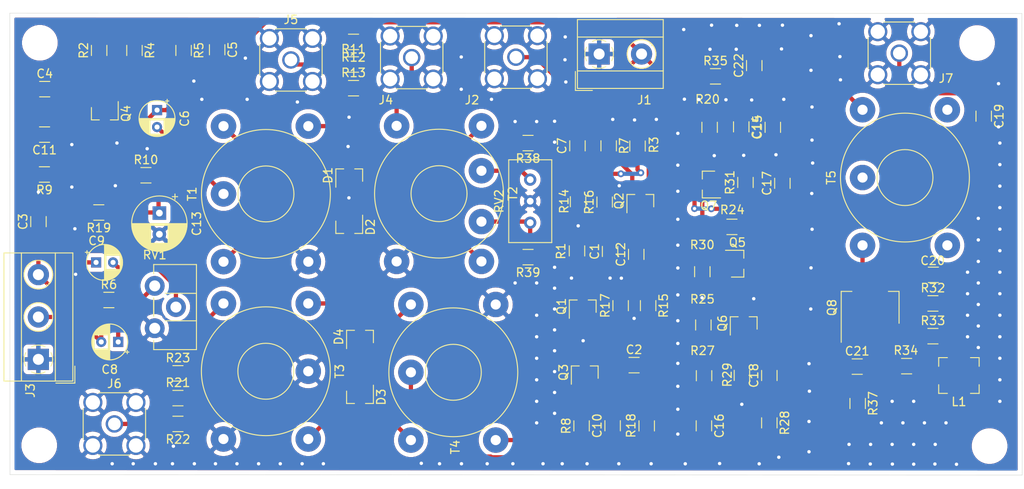
<source format=kicad_pcb>
(kicad_pcb (version 20171130) (host pcbnew "(5.1.5)-3")
  (layers (0 F.Cu signal) (31 B.Cu signal) (34 B.Paste user) (35 F.Paste user) (36 B.SilkS user) (37 F.SilkS user) (38 B.Mask user) (39 F.Mask user) (44 Edge.Cuts user))
  (net 0 "")
  (net 1 "Net-(C1-Pad2)")
  (net 2 GND)
  (net 3 "Net-(C4-Pad2)")
  (net 4 "Net-(C6-Pad2)")
  (net 5 "Net-(C6-Pad1)")
  (net 6 "Net-(C8-Pad1)")
  (net 7 "Net-(C8-Pad2)")
  (net 8 "Net-(C9-Pad2)")
  (net 9 "Net-(D1-Pad1)")
  (net 10 "Net-(D1-Pad2)")
  (net 11 "Net-(D3-Pad2)")
  (net 12 "Net-(J4-Pad1)")
  (net 13 "Net-(C10-Pad1)")
  (net 14 "Net-(C10-Pad2)")
  (net 15 "Net-(D1-Pad3)")
  (net 16 "Net-(D2-Pad3)")
  (net 17 "Net-(D3-Pad3)")
  (net 18 "Net-(D3-Pad1)")
  (net 19 "Net-(D4-Pad3)")
  (net 20 12V)
  (net 21 "Net-(C12-Pad1)")
  (net 22 "Net-(C16-Pad1)")
  (net 23 "Net-(Q1-Pad2)")
  (net 24 "Net-(C11-Pad1)")
  (net 25 RF1)
  (net 26 RF)
  (net 27 "Net-(C17-Pad2)")
  (net 28 "Net-(C18-Pad2)")
  (net 29 "Net-(C18-Pad1)")
  (net 30 "Net-(C19-Pad2)")
  (net 31 "Net-(Q8-Pad1)")
  (net 32 "Net-(T5-Pad4)")
  (net 33 "Net-(C20-Pad1)")
  (net 34 "Net-(Q5-Pad2)")
  (net 35 "Net-(C3-Pad1)")
  (net 36 "Net-(C7-Pad2)")
  (net 37 "Net-(C7-Pad1)")
  (net 38 "Net-(C12-Pad2)")
  (net 39 "Net-(C13-Pad1)")
  (net 40 "Net-(C14-Pad2)")
  (net 41 "Net-(C19-Pad1)")
  (net 42 "Net-(C21-Pad2)")
  (net 43 "Net-(J5-Pad1)")
  (net 44 "Net-(J6-Pad1)")
  (net 45 "Net-(Q1-Pad1)")
  (net 46 "Net-(Q4-Pad2)")
  (net 47 "Net-(Q5-Pad1)")
  (net 48 "Net-(R8-Pad1)")
  (net 49 "Net-(R11-Pad2)")
  (net 50 "Net-(R21-Pad2)")
  (net 51 "Net-(R38-Pad2)")
  (net 52 "Net-(R39-Pad2)")
  (net 53 "Net-(C22-Pad1)")
  (net 54 "Net-(L1-Pad1)")
  (net 55 "Net-(T5-Pad2)")
  (net 56 "Net-(T5-Pad1)")
  (module Resistor_SMD:R_1206_3216Metric_Pad1.42x1.75mm_HandSolder (layer F.Cu) (at 143.256 86.614 270)
    (fp_text reference R37 (at 0 -1.82 90) (layer F.SilkS))
    (fp_text value 12)
    (pad 2 smd roundrect (at 1.4875 0 270) (size 1.425 1.75) (layers F.Cu F.Paste F.Mask) (roundrect_rratio 0.175439) (net 2 GND))
    (pad 1 smd roundrect (at -1.4875 0 270) (size 1.425 1.75) (layers F.Cu F.Paste F.Mask) (roundrect_rratio 0.175439) (net 31 "Net-(Q8-Pad1)"))
  )
  (module Resistor_SMD:R_1206_3216Metric_Pad1.42x1.75mm_HandSolder (layer F.Cu) (at 126.492 48.006)
    (fp_text reference R35 (at 0 -1.82) (layer F.SilkS))
    (fp_text value 12)
    (pad 2 smd roundrect (at 1.4875 0) (size 1.425 1.75) (layers F.Cu F.Paste F.Mask) (roundrect_rratio 0.175439) (net 53 "Net-(C22-Pad1)"))
    (pad 1 smd roundrect (at -1.4875 0) (size 1.425 1.75) (layers F.Cu F.Paste F.Mask) (roundrect_rratio 0.175439) (net 20 12V))
  )
  (module Inductor_SMD:L_Bourns-SRN4018 (layer F.Cu) (at 155.194 83.312)
    (fp_text reference L1 (at 0 3.1) (layer F.SilkS))
    (fp_text value 3u)
    (pad 2 smd rect (at 1.525 0) (size 1.5 3.6) (layers F.Cu F.Paste F.Mask) (net 2 GND))
    (pad 1 smd rect (at -1.525 0) (size 1.5 3.6) (layers F.Cu F.Paste F.Mask) (net 54 "Net-(L1-Pad1)"))
  )
  (module Capacitor_SMD:C_1206_3216Metric_Pad1.42x1.75mm_HandSolder (layer F.Cu) (at 131.064 46.736 90)
    (fp_text reference C22 (at 0 -1.82 90) (layer F.SilkS))
    (fp_text value 0.1u)
    (pad 2 smd roundrect (at 1.4875 0 90) (size 1.425 1.75) (layers F.Cu F.Paste F.Mask) (roundrect_rratio 0.175439) (net 2 GND))
    (pad 1 smd roundrect (at -1.4875 0 90) (size 1.425 1.75) (layers F.Cu F.Paste F.Mask) (roundrect_rratio 0.175439) (net 53 "Net-(C22-Pad1)"))
  )
  (module Potentiometer_THT:Potentiometer_Bourns_3296W_Vertical (layer F.Cu) (at 104.648 60.198 90)
    (fp_text reference RV2 (at -2.54 -3.66 90) (layer F.SilkS))
    (fp_text value 100)
    (pad 3 thru_hole circle (at -5.08 0 90) (size 1.44 1.44) (drill 0.8) (layers *.Cu *.Mask) (net 52 "Net-(R39-Pad2)"))
    (pad 2 thru_hole circle (at -2.54 0 90) (size 1.44 1.44) (drill 0.8) (layers *.Cu *.Mask) (net 2 GND))
    (pad 1 thru_hole circle (at 0 0 90) (size 1.44 1.44) (drill 0.8) (layers *.Cu *.Mask) (net 51 "Net-(R38-Pad2)"))
  )
  (module fm-detector:Transformer_Toroid_Horizontal_4S_D14.0mm_Amidon-T50 (layer F.Cu) (at 88.9 53.848 270)
    (fp_text reference T2 (at 8 -13.7 90) (layer F.SilkS))
    (fp_text value T50-43)
    (pad 5 thru_hole circle (at 11.3 -10 270) (size 3 3) (drill 1.2) (layers *.Cu *.Mask) (net 52 "Net-(R39-Pad2)"))
    (pad 1 thru_hole circle (at 0 0 270) (size 3 3) (drill 1.2) (layers *.Cu *.Mask) (net 12 "Net-(J4-Pad1)"))
    (pad 2 thru_hole circle (at 16 0 270) (size 3 3) (drill 1.2) (layers *.Cu *.Mask) (net 2 GND))
    (pad 3 thru_hole circle (at 0 -10 270) (size 3 3) (drill 1.2) (layers *.Cu *.Mask) (net 10 "Net-(D1-Pad2)"))
    (pad 4 thru_hole circle (at 5.3 -10 270) (size 3 3) (drill 1.2) (layers *.Cu *.Mask) (net 51 "Net-(R38-Pad2)"))
    (pad 6 thru_hole circle (at 16 -10 270) (size 3 3) (drill 1.2) (layers *.Cu *.Mask) (net 9 "Net-(D1-Pad1)"))
  )
  (module Resistor_SMD:R_1206_3216Metric_Pad1.42x1.75mm_HandSolder (layer F.Cu) (at 104.394 69.342 180)
    (fp_text reference R39 (at 0 -1.82) (layer F.SilkS))
    (fp_text value 47)
    (pad 2 smd roundrect (at 1.4875 0 180) (size 1.425 1.75) (layers F.Cu F.Paste F.Mask) (roundrect_rratio 0.175439) (net 52 "Net-(R39-Pad2)"))
    (pad 1 smd roundrect (at -1.4875 0 180) (size 1.425 1.75) (layers F.Cu F.Paste F.Mask) (roundrect_rratio 0.175439) (net 2 GND))
  )
  (module Resistor_SMD:R_1206_3216Metric_Pad1.42x1.75mm_HandSolder (layer F.Cu) (at 104.394 55.88 180)
    (fp_text reference R38 (at 0 -1.82) (layer F.SilkS))
    (fp_text value 47)
    (pad 2 smd roundrect (at 1.4875 0 180) (size 1.425 1.75) (layers F.Cu F.Paste F.Mask) (roundrect_rratio 0.175439) (net 51 "Net-(R38-Pad2)"))
    (pad 1 smd roundrect (at -1.4875 0 180) (size 1.425 1.75) (layers F.Cu F.Paste F.Mask) (roundrect_rratio 0.175439) (net 2 GND))
  )
  (module Resistor_SMD:R_1206_3216Metric_Pad1.42x1.75mm_HandSolder (layer F.Cu) (at 132.842 88.9 270)
    (fp_text reference R28 (at 0 -1.82 90) (layer F.SilkS))
    (fp_text value 47)
    (pad 2 smd roundrect (at 1.4875 0 270) (size 1.425 1.75) (layers F.Cu F.Paste F.Mask) (roundrect_rratio 0.175439) (net 2 GND))
    (pad 1 smd roundrect (at -1.4875 0 270) (size 1.425 1.75) (layers F.Cu F.Paste F.Mask) (roundrect_rratio 0.175439) (net 29 "Net-(C18-Pad1)"))
  )
  (module Capacitor_SMD:C_1206_3216Metric_Pad1.42x1.75mm_HandSolder (layer F.Cu) (at 132.842 83.312 90)
    (fp_text reference C18 (at 0 -1.82 90) (layer F.SilkS))
    (fp_text value 0.1u)
    (pad 2 smd roundrect (at 1.4875 0 90) (size 1.425 1.75) (layers F.Cu F.Paste F.Mask) (roundrect_rratio 0.175439) (net 28 "Net-(C18-Pad2)"))
    (pad 1 smd roundrect (at -1.4875 0 90) (size 1.425 1.75) (layers F.Cu F.Paste F.Mask) (roundrect_rratio 0.175439) (net 29 "Net-(C18-Pad1)"))
  )
  (module Resistor_SMD:R_1206_3216Metric_Pad1.42x1.75mm_HandSolder (layer F.Cu) (at 63.119 83.058)
    (fp_text reference R23 (at 0 -1.82) (layer F.SilkS))
    (fp_text value 81)
    (pad 2 smd roundrect (at 1.4875 0) (size 1.425 1.75) (layers F.Cu F.Paste F.Mask) (roundrect_rratio 0.175439) (net 50 "Net-(R21-Pad2)"))
    (pad 1 smd roundrect (at -1.4875 0) (size 1.425 1.75) (layers F.Cu F.Paste F.Mask) (roundrect_rratio 0.175439) (net 2 GND))
  )
  (module Resistor_SMD:R_1206_3216Metric_Pad1.42x1.75mm_HandSolder (layer F.Cu) (at 63.119 85.979)
    (fp_text reference R21 (at 0 -1.82) (layer F.SilkS))
    (fp_text value 93)
    (pad 2 smd roundrect (at 1.4875 0) (size 1.425 1.75) (layers F.Cu F.Paste F.Mask) (roundrect_rratio 0.175439) (net 50 "Net-(R21-Pad2)"))
    (pad 1 smd roundrect (at -1.4875 0) (size 1.425 1.75) (layers F.Cu F.Paste F.Mask) (roundrect_rratio 0.175439) (net 44 "Net-(J6-Pad1)"))
  )
  (module Resistor_SMD:R_1206_3216Metric_Pad1.42x1.75mm_HandSolder (layer F.Cu) (at 63.119 89.027 180)
    (fp_text reference R22 (at 0 -1.82) (layer F.SilkS))
    (fp_text value 81)
    (pad 2 smd roundrect (at 1.4875 0 180) (size 1.425 1.75) (layers F.Cu F.Paste F.Mask) (roundrect_rratio 0.175439) (net 44 "Net-(J6-Pad1)"))
    (pad 1 smd roundrect (at -1.4875 0 180) (size 1.425 1.75) (layers F.Cu F.Paste F.Mask) (roundrect_rratio 0.175439) (net 2 GND))
  )
  (module Resistor_SMD:R_1206_3216Metric_Pad1.42x1.75mm_HandSolder (layer F.Cu) (at 83.82 49.403)
    (fp_text reference R13 (at 0 -1.82) (layer F.SilkS))
    (fp_text value 81)
    (pad 2 smd roundrect (at 1.4875 0) (size 1.425 1.75) (layers F.Cu F.Paste F.Mask) (roundrect_rratio 0.175439) (net 49 "Net-(R11-Pad2)"))
    (pad 1 smd roundrect (at -1.4875 0) (size 1.425 1.75) (layers F.Cu F.Paste F.Mask) (roundrect_rratio 0.175439) (net 2 GND))
  )
  (module Resistor_SMD:R_1206_3216Metric_Pad1.42x1.75mm_HandSolder (layer F.Cu) (at 83.82 46.609)
    (fp_text reference R11 (at 0 -1.82) (layer F.SilkS))
    (fp_text value 93)
    (pad 2 smd roundrect (at 1.4875 0) (size 1.425 1.75) (layers F.Cu F.Paste F.Mask) (roundrect_rratio 0.175439) (net 49 "Net-(R11-Pad2)"))
    (pad 1 smd roundrect (at -1.4875 0) (size 1.425 1.75) (layers F.Cu F.Paste F.Mask) (roundrect_rratio 0.175439) (net 43 "Net-(J5-Pad1)"))
  )
  (module Resistor_SMD:R_1206_3216Metric_Pad1.42x1.75mm_HandSolder (layer F.Cu) (at 83.82 43.942 180)
    (fp_text reference R12 (at 0 -1.82) (layer F.SilkS))
    (fp_text value 81)
    (pad 2 smd roundrect (at 1.4875 0 180) (size 1.425 1.75) (layers F.Cu F.Paste F.Mask) (roundrect_rratio 0.175439) (net 43 "Net-(J5-Pad1)"))
    (pad 1 smd roundrect (at -1.4875 0 180) (size 1.425 1.75) (layers F.Cu F.Paste F.Mask) (roundrect_rratio 0.175439) (net 2 GND))
  )
  (module Capacitor_SMD:C_1206_3216Metric_Pad1.42x1.75mm_HandSolder (layer F.Cu) (at 46.675 65.15 90)
    (fp_text reference C3 (at 0 -1.82 90) (layer F.SilkS))
    (fp_text value 0.1u)
    (pad 2 smd roundrect (at 1.4875 0 90) (size 1.425 1.75) (layers F.Cu F.Paste F.Mask) (roundrect_rratio 0.175439) (net 2 GND))
    (pad 1 smd roundrect (at -1.4875 0 90) (size 1.425 1.75) (layers F.Cu F.Paste F.Mask) (roundrect_rratio 0.175439) (net 35 "Net-(C3-Pad1)"))
  )
  (module TerminalBlock_MetzConnect:TerminalBlock_MetzConnect_Type055_RT01503HDWU_1x03_P5.00mm_Horizontal (layer F.Cu) (at 46.66488 81.407 90)
    (fp_text reference J3 (at -3.683 -0.94488 90) (layer F.SilkS))
    (fp_text value Mic)
    (pad 3 thru_hole circle (at 10 0 90) (size 2.5 2.5) (drill 1.3) (layers *.Cu *.Mask) (net 35 "Net-(C3-Pad1)"))
    (pad 2 thru_hole circle (at 5 0 90) (size 2.5 2.5) (drill 1.3) (layers *.Cu *.Mask) (net 7 "Net-(C8-Pad2)"))
    (pad 1 thru_hole rect (at 0 0 90) (size 2.5 2.5) (drill 1.3) (layers *.Cu *.Mask) (net 2 GND))
  )
  (module Capacitor_SMD:C_1206_3216Metric_Pad1.42x1.75mm_HandSolder (layer F.Cu) (at 158.115 52.705 270)
    (fp_text reference C19 (at 0 -1.82 90) (layer F.SilkS))
    (fp_text value 0.1u)
    (pad 2 smd roundrect (at 1.4875 0 270) (size 1.425 1.75) (layers F.Cu F.Paste F.Mask) (roundrect_rratio 0.175439) (net 30 "Net-(C19-Pad2)"))
    (pad 1 smd roundrect (at -1.4875 0 270) (size 1.425 1.75) (layers F.Cu F.Paste F.Mask) (roundrect_rratio 0.175439) (net 41 "Net-(C19-Pad1)"))
  )
  (module MountingHole:MountingHole_3.2mm_M3 (layer F.Cu) (at 158.80842 91.6432)
    (fp_text reference " " (at 0 -4.2) (layer F.SilkS))
    (fp_text value " ")
    (pad 1 np_thru_hole circle (at 0 0) (size 3.2 3.2) (drill 3.2) (layers *.Cu *.Mask))
  )
  (module MountingHole:MountingHole_3.2mm_M3 (layer F.Cu) (at 157.33268 44.07154)
    (fp_text reference " " (at 0 -4.2) (layer F.SilkS))
    (fp_text value " ")
    (pad 1 np_thru_hole circle (at 0 0) (size 3.2 3.2) (drill 3.2) (layers *.Cu *.Mask))
  )
  (module MountingHole:MountingHole_3.2mm_M3 (layer F.Cu) (at 46.76394 91.54922)
    (fp_text reference " " (at 0 -4.2) (layer F.SilkS))
    (fp_text value " ")
    (pad 1 np_thru_hole circle (at 0 0) (size 3.2 3.2) (drill 3.2) (layers *.Cu *.Mask))
  )
  (module MountingHole:MountingHole_3.2mm_M3 (layer F.Cu) (at 46.84014 44.0436)
    (fp_text reference " " (at 0 -4.2) (layer F.SilkS))
    (fp_text value " ")
    (pad 1 np_thru_hole circle (at 0 0) (size 3.2 3.2) (drill 3.2) (layers *.Cu *.Mask))
  )
  (module Transformer_THT:Transformer_Toroid_Horizontal_3S_D14.0mm_Amidon-T50 (layer F.Cu) (at 153.83002 67.95008 90)
    (fp_text reference T5 (at 8 -13.7 90) (layer F.SilkS))
    (fp_text value T50-6)
    (pad 5 thru_hole circle (at 16 -10 90) (size 3 3) (drill 1.2) (layers *.Cu *.Mask) (net 53 "Net-(C22-Pad1)"))
    (pad 4 thru_hole circle (at 8 -10 90) (size 3 3) (drill 1.2) (layers *.Cu *.Mask) (net 32 "Net-(T5-Pad4)"))
    (pad 3 thru_hole circle (at 0 -10 90) (size 3 3) (drill 1.2) (layers *.Cu *.Mask) (net 30 "Net-(C19-Pad2)"))
    (pad 2 thru_hole circle (at 16 0 90) (size 3 3) (drill 1.2) (layers *.Cu *.Mask) (net 55 "Net-(T5-Pad2)"))
    (pad 1 thru_hole circle (at 0 0 90) (size 3 3) (drill 1.2) (layers *.Cu *.Mask) (net 56 "Net-(T5-Pad1)"))
  )
  (module Resistor_SMD:R_1206_3216Metric_Pad1.42x1.75mm_HandSolder (layer F.Cu) (at 152.12822 74.80554)
    (fp_text reference R32 (at 0 -1.82) (layer F.SilkS))
    (fp_text value 470)
    (pad 2 smd roundrect (at 1.4875 0) (size 1.425 1.75) (layers F.Cu F.Paste F.Mask) (roundrect_rratio 0.175439) (net 33 "Net-(C20-Pad1)"))
    (pad 1 smd roundrect (at -1.4875 0) (size 1.425 1.75) (layers F.Cu F.Paste F.Mask) (roundrect_rratio 0.175439) (net 30 "Net-(C19-Pad2)"))
  )
  (module Resistor_SMD:R_1206_3216Metric_Pad1.42x1.75mm_HandSolder (layer F.Cu) (at 149.02688 82.2071 180)
    (fp_text reference R34 (at 0.08636 1.8542) (layer F.SilkS))
    (fp_text value 100)
    (pad 2 smd roundrect (at 1.4875 0 180) (size 1.425 1.75) (layers F.Cu F.Paste F.Mask) (roundrect_rratio 0.175439) (net 42 "Net-(C21-Pad2)"))
    (pad 1 smd roundrect (at -1.4875 0 180) (size 1.425 1.75) (layers F.Cu F.Paste F.Mask) (roundrect_rratio 0.175439) (net 54 "Net-(L1-Pad1)"))
  )
  (module Resistor_SMD:R_1206_3216Metric_Pad1.42x1.75mm_HandSolder (layer F.Cu) (at 152.12822 78.66888)
    (fp_text reference R33 (at 0 -1.82) (layer F.SilkS))
    (fp_text value 390)
    (pad 2 smd roundrect (at 1.4875 0) (size 1.425 1.75) (layers F.Cu F.Paste F.Mask) (roundrect_rratio 0.175439) (net 33 "Net-(C20-Pad1)"))
    (pad 1 smd roundrect (at -1.4875 0) (size 1.425 1.75) (layers F.Cu F.Paste F.Mask) (roundrect_rratio 0.175439) (net 42 "Net-(C21-Pad2)"))
  )
  (module Package_TO_SOT_SMD:SOT-223 (layer F.Cu) (at 144.72666 75.29576 90)
    (fp_text reference Q8 (at 0 -4.5 90) (layer F.SilkS))
    (fp_text value BFG135a)
    (pad 1 smd rect (at -3.15 -2.3 90) (size 2 1.5) (layers F.Cu F.Paste F.Mask) (net 31 "Net-(Q8-Pad1)"))
    (pad 3 smd rect (at -3.15 2.3 90) (size 2 1.5) (layers F.Cu F.Paste F.Mask) (net 31 "Net-(Q8-Pad1)"))
    (pad 2 smd rect (at -3.15 0 90) (size 2 1.5) (layers F.Cu F.Paste F.Mask) (net 42 "Net-(C21-Pad2)"))
    (pad 4 smd rect (at 3.15 0 90) (size 2 3.8) (layers F.Cu F.Paste F.Mask) (net 30 "Net-(C19-Pad2)"))
  )
  (module Connector_Coaxial:SMA_Amphenol_132134_Vertical (layer F.Cu) (at 148.16582 45.27296)
    (fp_text reference J7 (at 5.50418 2.98704) (layer F.SilkS))
    (fp_text value MF)
    (pad 2 thru_hole circle (at -2.54 2.54) (size 2.25 2.25) (drill 1.7) (layers *.Cu *.Mask) (net 2 GND))
    (pad 2 thru_hole circle (at -2.54 -2.54) (size 2.25 2.25) (drill 1.7) (layers *.Cu *.Mask) (net 2 GND))
    (pad 2 thru_hole circle (at 2.54 -2.54) (size 2.25 2.25) (drill 1.7) (layers *.Cu *.Mask) (net 2 GND))
    (pad 2 thru_hole circle (at 2.54 2.54) (size 2.25 2.25) (drill 1.7) (layers *.Cu *.Mask) (net 2 GND))
    (pad 1 thru_hole circle (at 0 0) (size 2.05 2.05) (drill 1.5) (layers *.Cu *.Mask) (net 41 "Net-(C19-Pad1)"))
  )
  (module Capacitor_SMD:C_1206_3216Metric_Pad1.42x1.75mm_HandSolder (layer F.Cu) (at 152.18156 71.43242 180)
    (fp_text reference C20 (at 0.07874 1.66878) (layer F.SilkS))
    (fp_text value 0.1u)
    (pad 2 smd roundrect (at 1.4875 0 180) (size 1.425 1.75) (layers F.Cu F.Paste F.Mask) (roundrect_rratio 0.175439) (net 30 "Net-(C19-Pad2)"))
    (pad 1 smd roundrect (at -1.4875 0 180) (size 1.425 1.75) (layers F.Cu F.Paste F.Mask) (roundrect_rratio 0.175439) (net 33 "Net-(C20-Pad1)"))
  )
  (module Capacitor_SMD:C_1206_3216Metric_Pad1.42x1.75mm_HandSolder (layer F.Cu) (at 143.20266 82.26044)
    (fp_text reference C21 (at 0 -1.82) (layer F.SilkS))
    (fp_text value 0.1u)
    (pad 2 smd roundrect (at 1.4875 0) (size 1.425 1.75) (layers F.Cu F.Paste F.Mask) (roundrect_rratio 0.175439) (net 42 "Net-(C21-Pad2)"))
    (pad 1 smd roundrect (at -1.4875 0) (size 1.425 1.75) (layers F.Cu F.Paste F.Mask) (roundrect_rratio 0.175439) (net 26 RF))
  )
  (module Capacitor_SMD:C_1206_3216Metric_Pad1.42x1.75mm_HandSolder (layer F.Cu) (at 116.89588 82.08772)
    (fp_text reference C2 (at 0 -1.82) (layer F.SilkS))
    (fp_text value 10u)
    (pad 2 smd roundrect (at 1.4875 0) (size 1.425 1.75) (layers F.Cu F.Paste F.Mask) (roundrect_rratio 0.175439) (net 2 GND))
    (pad 1 smd roundrect (at -1.4875 0) (size 1.425 1.75) (layers F.Cu F.Paste F.Mask) (roundrect_rratio 0.175439) (net 1 "Net-(C1-Pad2)"))
  )
  (module Resistor_SMD:R_1206_3216Metric_Pad1.42x1.75mm_HandSolder (layer F.Cu) (at 117.30228 56.23052 90)
    (fp_text reference R3 (at 0.14224 1.9304 90) (layer F.SilkS))
    (fp_text value 220)
    (pad 1 smd roundrect (at -1.4875 0 90) (size 1.425 1.75) (layers F.Cu F.Paste F.Mask) (roundrect_rratio 0.175439) (net 1 "Net-(C1-Pad2)"))
    (pad 2 smd roundrect (at 1.4875 0 90) (size 1.425 1.75) (layers F.Cu F.Paste F.Mask) (roundrect_rratio 0.175439) (net 45 "Net-(Q1-Pad1)"))
  )
  (module Resistor_SMD:R_1206_3216Metric_Pad1.42x1.75mm_HandSolder (layer F.Cu) (at 113.42624 62.8396 90)
    (fp_text reference R16 (at 0 -1.82 90) (layer F.SilkS))
    (fp_text value 100)
    (pad 2 smd roundrect (at 1.4875 0 90) (size 1.425 1.75) (layers F.Cu F.Paste F.Mask) (roundrect_rratio 0.175439) (net 2 GND))
    (pad 1 smd roundrect (at -1.4875 0 90) (size 1.425 1.75) (layers F.Cu F.Paste F.Mask) (roundrect_rratio 0.175439) (net 38 "Net-(C12-Pad2)"))
  )
  (module Resistor_SMD:R_1206_3216Metric_Pad1.42x1.75mm_HandSolder (layer F.Cu) (at 110.16488 68.6054 270)
    (fp_text reference R1 (at 0.03556 1.88468 90) (layer F.SilkS))
    (fp_text value 10)
    (pad 1 smd roundrect (at -1.4875 0 270) (size 1.425 1.75) (layers F.Cu F.Paste F.Mask) (roundrect_rratio 0.175439) (net 20 12V))
    (pad 2 smd roundrect (at 1.4875 0 270) (size 1.425 1.75) (layers F.Cu F.Paste F.Mask) (roundrect_rratio 0.175439) (net 1 "Net-(C1-Pad2)"))
  )
  (module Transformer_THT:Transformer_Toroid_Horizontal_3S_D14.0mm_Amidon-T50 (layer F.Cu) (at 68.48348 74.80808 270)
    (fp_text reference T3 (at 8 -13.7 90) (layer F.SilkS))
    (fp_text value T50-6)
    (pad 5 thru_hole circle (at 16 -10 270) (size 3 3) (drill 1.2) (layers *.Cu *.Mask) (net 17 "Net-(D3-Pad3)"))
    (pad 4 thru_hole circle (at 8 -10 270) (size 3 3) (drill 1.2) (layers *.Cu *.Mask) (net 2 GND))
    (pad 3 thru_hole circle (at 0 -10 270) (size 3 3) (drill 1.2) (layers *.Cu *.Mask) (net 19 "Net-(D4-Pad3)"))
    (pad 2 thru_hole circle (at 16 0 270) (size 3 3) (drill 1.2) (layers *.Cu *.Mask) (net 2 GND))
    (pad 1 thru_hole circle (at 0 0 270) (size 3 3) (drill 1.2) (layers *.Cu *.Mask) (net 50 "Net-(R21-Pad2)"))
  )
  (module Resistor_SMD:R_1206_3216Metric_Pad1.42x1.75mm_HandSolder (layer F.Cu) (at 110.7059 89.2556 90)
    (fp_text reference R8 (at 0 -1.82 90) (layer F.SilkS))
    (fp_text value 47)
    (pad 2 smd roundrect (at 1.4875 0 90) (size 1.425 1.75) (layers F.Cu F.Paste F.Mask) (roundrect_rratio 0.175439) (net 13 "Net-(C10-Pad1)"))
    (pad 1 smd roundrect (at -1.4875 0 90) (size 1.425 1.75) (layers F.Cu F.Paste F.Mask) (roundrect_rratio 0.175439) (net 48 "Net-(R8-Pad1)"))
  )
  (module Transformer_THT:Transformer_Toroid_Horizontal_3S_D14.0mm_Amidon-T50 (layer F.Cu) (at 100.584 90.932 90)
    (fp_text reference T4 (at -0.82804 -4.75996 90) (layer F.SilkS))
    (fp_text value T50-6)
    (pad 1 thru_hole circle (at 0 0 90) (size 3 3) (drill 1.2) (layers *.Cu *.Mask) (net 48 "Net-(R8-Pad1)"))
    (pad 2 thru_hole circle (at 16 0 90) (size 3 3) (drill 1.2) (layers *.Cu *.Mask) (net 2 GND))
    (pad 3 thru_hole circle (at 0 -10 90) (size 3 3) (drill 1.2) (layers *.Cu *.Mask) (net 11 "Net-(D3-Pad2)"))
    (pad 4 thru_hole circle (at 8 -10 90) (size 3 3) (drill 1.2) (layers *.Cu *.Mask) (net 25 RF1))
    (pad 5 thru_hole circle (at 16 -10 90) (size 3 3) (drill 1.2) (layers *.Cu *.Mask) (net 18 "Net-(D3-Pad1)"))
  )
  (module Transformer_THT:Transformer_Toroid_Horizontal_3S_D14.0mm_Amidon-T50 (layer F.Cu) (at 78.49108 69.88048 90)
    (fp_text reference T1 (at 8 -13.7 90) (layer F.SilkS))
    (fp_text value T50-43)
    (pad 5 thru_hole circle (at 16 -10 90) (size 3 3) (drill 1.2) (layers *.Cu *.Mask) (net 15 "Net-(D1-Pad3)"))
    (pad 4 thru_hole circle (at 8 -10 90) (size 3 3) (drill 1.2) (layers *.Cu *.Mask) (net 4 "Net-(C6-Pad2)"))
    (pad 3 thru_hole circle (at 0 -10 90) (size 3 3) (drill 1.2) (layers *.Cu *.Mask) (net 16 "Net-(D2-Pad3)"))
    (pad 2 thru_hole circle (at 16 0 90) (size 3 3) (drill 1.2) (layers *.Cu *.Mask) (net 49 "Net-(R11-Pad2)"))
    (pad 1 thru_hole circle (at 0 0 90) (size 3 3) (drill 1.2) (layers *.Cu *.Mask) (net 2 GND))
  )
  (module Resistor_SMD:R_1206_3216Metric_Pad1.42x1.75mm_HandSolder (layer F.Cu) (at 54.975 74.4)
    (fp_text reference R6 (at 0 -1.82) (layer F.SilkS))
    (fp_text value 4.7k)
    (pad 1 smd roundrect (at -1.4875 0) (size 1.425 1.75) (layers F.Cu F.Paste F.Mask) (roundrect_rratio 0.175439) (net 35 "Net-(C3-Pad1)"))
    (pad 2 smd roundrect (at 1.4875 0) (size 1.425 1.75) (layers F.Cu F.Paste F.Mask) (roundrect_rratio 0.175439) (net 7 "Net-(C8-Pad2)"))
  )
  (module Capacitor_SMD:C_1206_3216Metric_Pad1.42x1.75mm_HandSolder (layer F.Cu) (at 47.39546 54.87924 180)
    (fp_text reference C11 (at 0 -1.82) (layer F.SilkS))
    (fp_text value 1000p)
    (pad 2 smd roundrect (at 1.4875 0 180) (size 1.425 1.75) (layers F.Cu F.Paste F.Mask) (roundrect_rratio 0.175439) (net 2 GND))
    (pad 1 smd roundrect (at -1.4875 0 180) (size 1.425 1.75) (layers F.Cu F.Paste F.Mask) (roundrect_rratio 0.175439) (net 24 "Net-(C11-Pad1)"))
  )
  (module Capacitor_SMD:C_1206_3216Metric_Pad1.42x1.75mm_HandSolder (layer F.Cu) (at 47.41164 49.51476)
    (fp_text reference C4 (at 0 -1.82) (layer F.SilkS))
    (fp_text value 0.1u)
    (pad 1 smd roundrect (at -1.4875 0) (size 1.425 1.75) (layers F.Cu F.Paste F.Mask) (roundrect_rratio 0.175439) (net 2 GND))
    (pad 2 smd roundrect (at 1.4875 0) (size 1.425 1.75) (layers F.Cu F.Paste F.Mask) (roundrect_rratio 0.175439) (net 3 "Net-(C4-Pad2)"))
  )
  (module Capacitor_SMD:C_1206_3216Metric_Pad1.42x1.75mm_HandSolder (layer F.Cu) (at 110.22076 56.20512 90)
    (fp_text reference C7 (at 0 -1.82 90) (layer F.SilkS))
    (fp_text value 0.1u)
    (pad 2 smd roundrect (at 1.4875 0 90) (size 1.425 1.75) (layers F.Cu F.Paste F.Mask) (roundrect_rratio 0.175439) (net 36 "Net-(C7-Pad2)"))
    (pad 1 smd roundrect (at -1.4875 0 90) (size 1.425 1.75) (layers F.Cu F.Paste F.Mask) (roundrect_rratio 0.175439) (net 37 "Net-(C7-Pad1)"))
  )
  (module Capacitor_SMD:C_1206_3216Metric_Pad1.42x1.75mm_HandSolder (layer F.Cu) (at 114.06632 68.67144 90)
    (fp_text reference C1 (at 0 -1.82 90) (layer F.SilkS))
    (fp_text value 0.1u)
    (pad 1 smd roundrect (at -1.4875 0 90) (size 1.425 1.75) (layers F.Cu F.Paste F.Mask) (roundrect_rratio 0.175439) (net 2 GND))
    (pad 2 smd roundrect (at 1.4875 0 90) (size 1.425 1.75) (layers F.Cu F.Paste F.Mask) (roundrect_rratio 0.175439) (net 1 "Net-(C1-Pad2)"))
  )
  (module Capacitor_SMD:C_1206_3216Metric_Pad1.42x1.75mm_HandSolder (layer F.Cu) (at 117.14988 69.01688 90)
    (fp_text reference C12 (at 0 -1.82 90) (layer F.SilkS))
    (fp_text value 0.1u)
    (pad 1 smd roundrect (at -1.4875 0 90) (size 1.425 1.75) (layers F.Cu F.Paste F.Mask) (roundrect_rratio 0.175439) (net 21 "Net-(C12-Pad1)"))
    (pad 2 smd roundrect (at 1.4875 0 90) (size 1.425 1.75) (layers F.Cu F.Paste F.Mask) (roundrect_rratio 0.175439) (net 38 "Net-(C12-Pad2)"))
  )
  (module Capacitor_SMD:C_1206_3216Metric_Pad1.42x1.75mm_HandSolder (layer F.Cu) (at 114.36604 89.24036 90)
    (fp_text reference C10 (at 0 -1.82 90) (layer F.SilkS))
    (fp_text value 0.1u)
    (pad 2 smd roundrect (at 1.4875 0 90) (size 1.425 1.75) (layers F.Cu F.Paste F.Mask) (roundrect_rratio 0.175439) (net 14 "Net-(C10-Pad2)"))
    (pad 1 smd roundrect (at -1.4875 0 90) (size 1.425 1.75) (layers F.Cu F.Paste F.Mask) (roundrect_rratio 0.175439) (net 13 "Net-(C10-Pad1)"))
  )
  (module Connector_Coaxial:SMA_Amphenol_132134_Vertical (layer F.Cu) (at 76.43876 46.07052)
    (fp_text reference J5 (at 0 -4.75) (layer F.SilkS))
    (fp_text value "BFO in")
    (pad 2 thru_hole circle (at -2.54 2.54) (size 2.25 2.25) (drill 1.7) (layers *.Cu *.Mask) (net 2 GND))
    (pad 2 thru_hole circle (at -2.54 -2.54) (size 2.25 2.25) (drill 1.7) (layers *.Cu *.Mask) (net 2 GND))
    (pad 2 thru_hole circle (at 2.54 -2.54) (size 2.25 2.25) (drill 1.7) (layers *.Cu *.Mask) (net 2 GND))
    (pad 2 thru_hole circle (at 2.54 2.54) (size 2.25 2.25) (drill 1.7) (layers *.Cu *.Mask) (net 2 GND))
    (pad 1 thru_hole circle (at 0 0) (size 2.05 2.05) (drill 1.5) (layers *.Cu *.Mask) (net 43 "Net-(J5-Pad1)"))
  )
  (module Connector_Coaxial:SMA_Amphenol_132134_Vertical (layer F.Cu) (at 55.626 89.027)
    (fp_text reference J6 (at 0 -4.75) (layer F.SilkS))
    (fp_text value MF)
    (pad 1 thru_hole circle (at 0 0) (size 2.05 2.05) (drill 1.5) (layers *.Cu *.Mask) (net 44 "Net-(J6-Pad1)"))
    (pad 2 thru_hole circle (at 2.54 2.54) (size 2.25 2.25) (drill 1.7) (layers *.Cu *.Mask) (net 2 GND))
    (pad 2 thru_hole circle (at 2.54 -2.54) (size 2.25 2.25) (drill 1.7) (layers *.Cu *.Mask) (net 2 GND))
    (pad 2 thru_hole circle (at -2.54 -2.54) (size 2.25 2.25) (drill 1.7) (layers *.Cu *.Mask) (net 2 GND))
    (pad 2 thru_hole circle (at -2.54 2.54) (size 2.25 2.25) (drill 1.7) (layers *.Cu *.Mask) (net 2 GND))
  )
  (module Connector_Coaxial:SMA_Amphenol_132134_Vertical (layer F.Cu) (at 90.678 45.79112)
    (fp_text reference J4 (at -3.048 5.00888) (layer F.SilkS))
    (fp_text value "Xtal in")
    (pad 1 thru_hole circle (at 0 0) (size 2.05 2.05) (drill 1.5) (layers *.Cu *.Mask) (net 12 "Net-(J4-Pad1)"))
    (pad 2 thru_hole circle (at 2.54 2.54) (size 2.25 2.25) (drill 1.7) (layers *.Cu *.Mask) (net 2 GND))
    (pad 2 thru_hole circle (at 2.54 -2.54) (size 2.25 2.25) (drill 1.7) (layers *.Cu *.Mask) (net 2 GND))
    (pad 2 thru_hole circle (at -2.54 -2.54) (size 2.25 2.25) (drill 1.7) (layers *.Cu *.Mask) (net 2 GND))
    (pad 2 thru_hole circle (at -2.54 2.54) (size 2.25 2.25) (drill 1.7) (layers *.Cu *.Mask) (net 2 GND))
  )
  (module Connector_Coaxial:SMA_Amphenol_132134_Vertical (layer F.Cu) (at 102.96144 45.7454)
    (fp_text reference J2 (at -5.17144 5.0546) (layer F.SilkS))
    (fp_text value "Xtal out")
    (pad 2 thru_hole circle (at -2.54 2.54) (size 2.25 2.25) (drill 1.7) (layers *.Cu *.Mask) (net 2 GND))
    (pad 2 thru_hole circle (at -2.54 -2.54) (size 2.25 2.25) (drill 1.7) (layers *.Cu *.Mask) (net 2 GND))
    (pad 2 thru_hole circle (at 2.54 -2.54) (size 2.25 2.25) (drill 1.7) (layers *.Cu *.Mask) (net 2 GND))
    (pad 2 thru_hole circle (at 2.54 2.54) (size 2.25 2.25) (drill 1.7) (layers *.Cu *.Mask) (net 2 GND))
    (pad 1 thru_hole circle (at 0 0) (size 2.05 2.05) (drill 1.5) (layers *.Cu *.Mask) (net 36 "Net-(C7-Pad2)"))
  )
  (module Resistor_SMD:R_1206_3216Metric_Pad1.42x1.75mm_HandSolder (layer F.Cu) (at 53.82768 44.94784 90)
    (fp_text reference R2 (at 0 -1.82 90) (layer F.SilkS))
    (fp_text value 220)
    (pad 2 smd roundrect (at 1.4875 0 90) (size 1.425 1.75) (layers F.Cu F.Paste F.Mask) (roundrect_rratio 0.175439) (net 3 "Net-(C4-Pad2)"))
    (pad 1 smd roundrect (at -1.4875 0 90) (size 1.425 1.75) (layers F.Cu F.Paste F.Mask) (roundrect_rratio 0.175439) (net 20 12V))
  )
  (module Resistor_SMD:R_1206_3216Metric_Pad1.42x1.75mm_HandSolder (layer F.Cu) (at 57.99328 44.94784 270)
    (fp_text reference R4 (at 0 -1.82 90) (layer F.SilkS))
    (fp_text value 10k)
    (pad 2 smd roundrect (at 1.4875 0 270) (size 1.425 1.75) (layers F.Cu F.Paste F.Mask) (roundrect_rratio 0.175439) (net 24 "Net-(C11-Pad1)"))
    (pad 1 smd roundrect (at -1.4875 0 270) (size 1.425 1.75) (layers F.Cu F.Paste F.Mask) (roundrect_rratio 0.175439) (net 3 "Net-(C4-Pad2)"))
  )
  (module Resistor_SMD:R_1206_3216Metric_Pad1.42x1.75mm_HandSolder (layer F.Cu) (at 47.37608 59.5884 180)
    (fp_text reference R9 (at 0 -1.82) (layer F.SilkS))
    (fp_text value 2.2k)
    (pad 1 smd roundrect (at -1.4875 0 180) (size 1.425 1.75) (layers F.Cu F.Paste F.Mask) (roundrect_rratio 0.175439) (net 24 "Net-(C11-Pad1)"))
    (pad 2 smd roundrect (at 1.4875 0 180) (size 1.425 1.75) (layers F.Cu F.Paste F.Mask) (roundrect_rratio 0.175439) (net 2 GND))
  )
  (module Resistor_SMD:R_1206_3216Metric_Pad1.42x1.75mm_HandSolder (layer F.Cu) (at 63.78448 44.94784 270)
    (fp_text reference R5 (at 0 -1.82 90) (layer F.SilkS))
    (fp_text value 1k)
    (pad 1 smd roundrect (at -1.4875 0 270) (size 1.425 1.75) (layers F.Cu F.Paste F.Mask) (roundrect_rratio 0.175439) (net 3 "Net-(C4-Pad2)"))
    (pad 2 smd roundrect (at 1.4875 0 270) (size 1.425 1.75) (layers F.Cu F.Paste F.Mask) (roundrect_rratio 0.175439) (net 5 "Net-(C6-Pad1)"))
  )
  (module Resistor_SMD:R_1206_3216Metric_Pad1.42x1.75mm_HandSolder (layer F.Cu) (at 59.34456 59.67984)
    (fp_text reference R10 (at 0 -1.82) (layer F.SilkS))
    (fp_text value 47)
    (pad 2 smd roundrect (at 1.4875 0) (size 1.425 1.75) (layers F.Cu F.Paste F.Mask) (roundrect_rratio 0.175439) (net 39 "Net-(C13-Pad1)"))
    (pad 1 smd roundrect (at -1.4875 0) (size 1.425 1.75) (layers F.Cu F.Paste F.Mask) (roundrect_rratio 0.175439) (net 46 "Net-(Q4-Pad2)"))
  )
  (module Resistor_SMD:R_1206_3216Metric_Pad1.42x1.75mm_HandSolder (layer F.Cu) (at 53.78704 64.07404 180)
    (fp_text reference R19 (at 0 -1.82) (layer F.SilkS))
    (fp_text value 1k)
    (pad 2 smd roundrect (at 1.4875 0 180) (size 1.425 1.75) (layers F.Cu F.Paste F.Mask) (roundrect_rratio 0.175439) (net 2 GND))
    (pad 1 smd roundrect (at -1.4875 0 180) (size 1.425 1.75) (layers F.Cu F.Paste F.Mask) (roundrect_rratio 0.175439) (net 39 "Net-(C13-Pad1)"))
  )
  (module Resistor_SMD:R_1206_3216Metric_Pad1.42x1.75mm_HandSolder (layer F.Cu) (at 110.29188 62.79896 270)
    (fp_text reference R14 (at -0.04572 1.64084 90) (layer F.SilkS))
    (fp_text value 1k)
    (pad 1 smd roundrect (at -1.4875 0 270) (size 1.425 1.75) (layers F.Cu F.Paste F.Mask) (roundrect_rratio 0.175439) (net 37 "Net-(C7-Pad1)"))
    (pad 2 smd roundrect (at 1.4875 0 270) (size 1.425 1.75) (layers F.Cu F.Paste F.Mask) (roundrect_rratio 0.175439) (net 2 GND))
  )
  (module Resistor_SMD:R_1206_3216Metric_Pad1.42x1.75mm_HandSolder (layer F.Cu) (at 118.55196 75.06716 270)
    (fp_text reference R15 (at 0 -1.82 90) (layer F.SilkS))
    (fp_text value 10)
    (pad 1 smd roundrect (at -1.4875 0 270) (size 1.425 1.75) (layers F.Cu F.Paste F.Mask) (roundrect_rratio 0.175439) (net 21 "Net-(C12-Pad1)"))
    (pad 2 smd roundrect (at 1.4875 0 270) (size 1.425 1.75) (layers F.Cu F.Paste F.Mask) (roundrect_rratio 0.175439) (net 2 GND))
  )
  (module Resistor_SMD:R_1206_3216Metric_Pad1.42x1.75mm_HandSolder (layer F.Cu) (at 113.89868 56.20512 270)
    (fp_text reference R7 (at 0 -1.82 90) (layer F.SilkS))
    (fp_text value 2.2k)
    (pad 2 smd roundrect (at 1.4875 0 270) (size 1.425 1.75) (layers F.Cu F.Paste F.Mask) (roundrect_rratio 0.175439) (net 37 "Net-(C7-Pad1)"))
    (pad 1 smd roundrect (at -1.4875 0 270) (size 1.425 1.75) (layers F.Cu F.Paste F.Mask) (roundrect_rratio 0.175439) (net 45 "Net-(Q1-Pad1)"))
  )
  (module Resistor_SMD:R_1206_3216Metric_Pad1.42x1.75mm_HandSolder (layer F.Cu) (at 115.31092 75.06716 90)
    (fp_text reference R17 (at 0 -1.82 90) (layer F.SilkS))
    (fp_text value 2.2k)
    (pad 1 smd roundrect (at -1.4875 0 90) (size 1.425 1.75) (layers F.Cu F.Paste F.Mask) (roundrect_rratio 0.175439) (net 23 "Net-(Q1-Pad2)"))
    (pad 2 smd roundrect (at 1.4875 0 90) (size 1.425 1.75) (layers F.Cu F.Paste F.Mask) (roundrect_rratio 0.175439) (net 2 GND))
  )
  (module Resistor_SMD:R_1206_3216Metric_Pad1.42x1.75mm_HandSolder (layer F.Cu) (at 118.38432 89.2556 270)
    (fp_text reference R18 (at -0.0254 1.84404 90) (layer F.SilkS))
    (fp_text value 470)
    (pad 2 smd roundrect (at 1.4875 0 270) (size 1.425 1.75) (layers F.Cu F.Paste F.Mask) (roundrect_rratio 0.175439) (net 2 GND))
    (pad 1 smd roundrect (at -1.4875 0 270) (size 1.425 1.75) (layers F.Cu F.Paste F.Mask) (roundrect_rratio 0.175439) (net 14 "Net-(C10-Pad2)"))
  )
  (module Potentiometer_THT:Potentiometer_ACP_CA9-H2,5_Horizontal (layer F.Cu) (at 60.38088 72.73544)
    (fp_text reference RV1 (at 0 -3.65) (layer F.SilkS))
    (fp_text value 10k)
    (pad 3 thru_hole circle (at 0 5) (size 2.34 2.34) (drill 1.3) (layers *.Cu *.Mask) (net 2 GND))
    (pad 2 thru_hole circle (at 2.5 2.5) (size 2.34 2.34) (drill 1.3) (layers *.Cu *.Mask) (net 8 "Net-(C9-Pad2)"))
    (pad 1 thru_hole circle (at 0 0) (size 2.34 2.34) (drill 1.3) (layers *.Cu *.Mask) (net 6 "Net-(C8-Pad1)"))
  )
  (module Capacitor_THT:CP_Radial_D4.0mm_P2.00mm (layer F.Cu) (at 56.075 79.35 180)
    (fp_text reference C8 (at 1 -3.25) (layer F.SilkS))
    (fp_text value 1u)
    (pad 1 thru_hole rect (at 0 0 180) (size 1.2 1.2) (drill 0.6) (layers *.Cu *.Mask) (net 6 "Net-(C8-Pad1)"))
    (pad 2 thru_hole circle (at 2 0 180) (size 1.2 1.2) (drill 0.6) (layers *.Cu *.Mask) (net 7 "Net-(C8-Pad2)"))
  )
  (module Capacitor_THT:CP_Radial_D4.0mm_P2.00mm (layer F.Cu) (at 60.6552 51.98872 270)
    (fp_text reference C6 (at 1 -3.25 90) (layer F.SilkS))
    (fp_text value 1u)
    (pad 2 thru_hole circle (at 2 0 270) (size 1.2 1.2) (drill 0.6) (layers *.Cu *.Mask) (net 4 "Net-(C6-Pad2)"))
    (pad 1 thru_hole rect (at 0 0 270) (size 1.2 1.2) (drill 0.6) (layers *.Cu *.Mask) (net 5 "Net-(C6-Pad1)"))
  )
  (module Capacitor_THT:CP_Radial_D6.3mm_P2.50mm (layer F.Cu) (at 60.92952 64.14008 270)
    (fp_text reference C13 (at 1.25 -4.4 90) (layer F.SilkS))
    (fp_text value 47u)
    (pad 1 thru_hole rect (at 0 0 270) (size 1.6 1.6) (drill 0.8) (layers *.Cu *.Mask) (net 39 "Net-(C13-Pad1)"))
    (pad 2 thru_hole circle (at 2.5 0 270) (size 1.6 1.6) (drill 0.8) (layers *.Cu *.Mask) (net 2 GND))
  )
  (module Capacitor_THT:CP_Radial_D4.0mm_P2.00mm (layer F.Cu) (at 53.467 69.96684)
    (fp_text reference C9 (at 0.06604 -2.55016) (layer F.SilkS))
    (fp_text value 1u)
    (pad 1 thru_hole rect (at 0 0) (size 1.2 1.2) (drill 0.6) (layers *.Cu *.Mask) (net 24 "Net-(C11-Pad1)"))
    (pad 2 thru_hole circle (at 2 0) (size 1.2 1.2) (drill 0.6) (layers *.Cu *.Mask) (net 8 "Net-(C9-Pad2)"))
  )
  (module Package_TO_SOT_SMD:SOT-23 (layer F.Cu) (at 83.312 59.69 90)
    (fp_text reference D1 (at 0 -2.5 90) (layer F.SilkS))
    (fp_text value BAT54S)
    (pad 3 smd rect (at 1 0 90) (size 0.9 0.8) (layers F.Cu F.Paste F.Mask) (net 15 "Net-(D1-Pad3)"))
    (pad 2 smd rect (at -1 0.95 90) (size 0.9 0.8) (layers F.Cu F.Paste F.Mask) (net 10 "Net-(D1-Pad2)"))
    (pad 1 smd rect (at -1 -0.95 90) (size 0.9 0.8) (layers F.Cu F.Paste F.Mask) (net 9 "Net-(D1-Pad1)"))
  )
  (module Package_TO_SOT_SMD:SOT-23 (layer F.Cu) (at 83.312 65.786 270)
    (fp_text reference D2 (at 0 -2.5 90) (layer F.SilkS))
    (fp_text value BAT54S)
    (pad 1 smd rect (at -1 -0.95 270) (size 0.9 0.8) (layers F.Cu F.Paste F.Mask) (net 10 "Net-(D1-Pad2)"))
    (pad 2 smd rect (at -1 0.95 270) (size 0.9 0.8) (layers F.Cu F.Paste F.Mask) (net 9 "Net-(D1-Pad1)"))
    (pad 3 smd rect (at 1 0 270) (size 0.9 0.8) (layers F.Cu F.Paste F.Mask) (net 16 "Net-(D2-Pad3)"))
  )
  (module Package_TO_SOT_SMD:SOT-23 (layer F.Cu) (at 84.582 85.852 270)
    (fp_text reference D3 (at 0 -2.5 90) (layer F.SilkS))
    (fp_text value BAT54S)
    (pad 3 smd rect (at 1 0 270) (size 0.9 0.8) (layers F.Cu F.Paste F.Mask) (net 17 "Net-(D3-Pad3)"))
    (pad 2 smd rect (at -1 0.95 270) (size 0.9 0.8) (layers F.Cu F.Paste F.Mask) (net 11 "Net-(D3-Pad2)"))
    (pad 1 smd rect (at -1 -0.95 270) (size 0.9 0.8) (layers F.Cu F.Paste F.Mask) (net 18 "Net-(D3-Pad1)"))
  )
  (module Package_TO_SOT_SMD:SOT-23 (layer F.Cu) (at 84.582 78.74 90)
    (fp_text reference D4 (at 0 -2.5 90) (layer F.SilkS))
    (fp_text value BAT54S)
    (pad 1 smd rect (at -1 -0.95 90) (size 0.9 0.8) (layers F.Cu F.Paste F.Mask) (net 11 "Net-(D3-Pad2)"))
    (pad 2 smd rect (at -1 0.95 90) (size 0.9 0.8) (layers F.Cu F.Paste F.Mask) (net 18 "Net-(D3-Pad1)"))
    (pad 3 smd rect (at 1 0 90) (size 0.9 0.8) (layers F.Cu F.Paste F.Mask) (net 19 "Net-(D4-Pad3)"))
  )
  (module Capacitor_SMD:C_1206_3216Metric_Pad1.42x1.75mm_HandSolder (layer F.Cu) (at 67.7418 44.86656 270)
    (fp_text reference C5 (at 0 -1.82 90) (layer F.SilkS))
    (fp_text value 10u)
    (pad 2 smd roundrect (at 1.4875 0 270) (size 1.425 1.75) (layers F.Cu F.Paste F.Mask) (roundrect_rratio 0.175439) (net 2 GND))
    (pad 1 smd roundrect (at -1.4875 0 270) (size 1.425 1.75) (layers F.Cu F.Paste F.Mask) (roundrect_rratio 0.175439) (net 3 "Net-(C4-Pad2)"))
  )
  (module Capacitor_SMD:C_1206_3216Metric_Pad1.42x1.75mm_HandSolder (layer F.Cu) (at 125.13056 89.25052 270)
    (fp_text reference C16 (at 0 -1.82 90) (layer F.SilkS))
    (fp_text value 0.1u)
    (pad 2 smd roundrect (at 1.4875 0 270) (size 1.425 1.75) (layers F.Cu F.Paste F.Mask) (roundrect_rratio 0.175439) (net 25 RF1))
    (pad 1 smd roundrect (at -1.4875 0 270) (size 1.425 1.75) (layers F.Cu F.Paste F.Mask) (roundrect_rratio 0.175439) (net 22 "Net-(C16-Pad1)"))
  )
  (module Capacitor_SMD:C_1206_3216Metric_Pad1.42x1.75mm_HandSolder (layer F.Cu) (at 129.52984 53.96484 270)
    (fp_text reference C14 (at 0 -1.82 90) (layer F.SilkS))
    (fp_text value 0.1u)
    (pad 1 smd roundrect (at -1.4875 0 270) (size 1.425 1.75) (layers F.Cu F.Paste F.Mask) (roundrect_rratio 0.175439) (net 2 GND))
    (pad 2 smd roundrect (at 1.4875 0 270) (size 1.425 1.75) (layers F.Cu F.Paste F.Mask) (roundrect_rratio 0.175439) (net 40 "Net-(C14-Pad2)"))
  )
  (module Capacitor_SMD:C_1206_3216Metric_Pad1.42x1.75mm_HandSolder (layer F.Cu) (at 133.25348 54.02072 90)
    (fp_text reference C15 (at 0 -1.82 90) (layer F.SilkS))
    (fp_text value 10u)
    (pad 2 smd roundrect (at 1.4875 0 90) (size 1.425 1.75) (layers F.Cu F.Paste F.Mask) (roundrect_rratio 0.175439) (net 2 GND))
    (pad 1 smd roundrect (at -1.4875 0 90) (size 1.425 1.75) (layers F.Cu F.Paste F.Mask) (roundrect_rratio 0.175439) (net 40 "Net-(C14-Pad2)"))
  )
  (module Capacitor_SMD:C_1206_3216Metric_Pad1.42x1.75mm_HandSolder (layer F.Cu) (at 134.38124 60.6298 90)
    (fp_text reference C17 (at 0 -1.82 90) (layer F.SilkS))
    (fp_text value 0.1u)
    (pad 1 smd roundrect (at -1.4875 0 90) (size 1.425 1.75) (layers F.Cu F.Paste F.Mask) (roundrect_rratio 0.175439) (net 26 RF))
    (pad 2 smd roundrect (at 1.4875 0 90) (size 1.425 1.75) (layers F.Cu F.Paste F.Mask) (roundrect_rratio 0.175439) (net 27 "Net-(C17-Pad2)"))
  )
  (module Resistor_SMD:R_1206_3216Metric_Pad1.42x1.75mm_HandSolder (layer F.Cu) (at 125.1458 83.3374 90)
    (fp_text reference R27 (at 2.95402 -0.18542 180) (layer F.SilkS))
    (fp_text value 1k)
    (pad 1 smd roundrect (at -1.4875 0 90) (size 1.425 1.75) (layers F.Cu F.Paste F.Mask) (roundrect_rratio 0.175439) (net 22 "Net-(C16-Pad1)"))
    (pad 2 smd roundrect (at 1.4875 0 90) (size 1.425 1.75) (layers F.Cu F.Paste F.Mask) (roundrect_rratio 0.175439) (net 2 GND))
  )
  (module Resistor_SMD:R_1206_3216Metric_Pad1.42x1.75mm_HandSolder (layer F.Cu) (at 125.06452 77.34808 270)
    (fp_text reference R25 (at -3.04038 0.11938 180) (layer F.SilkS))
    (fp_text value 2.2k)
    (pad 1 smd roundrect (at -1.4875 0 270) (size 1.425 1.75) (layers F.Cu F.Paste F.Mask) (roundrect_rratio 0.175439) (net 47 "Net-(Q5-Pad1)"))
    (pad 2 smd roundrect (at 1.4875 0 270) (size 1.425 1.75) (layers F.Cu F.Paste F.Mask) (roundrect_rratio 0.175439) (net 22 "Net-(C16-Pad1)"))
  )
  (module Resistor_SMD:R_1206_3216Metric_Pad1.42x1.75mm_HandSolder (layer F.Cu) (at 128.43256 65.77076 180)
    (fp_text reference R24 (at -0.04572 2.01168) (layer F.SilkS))
    (fp_text value 220)
    (pad 1 smd roundrect (at -1.4875 0 180) (size 1.425 1.75) (layers F.Cu F.Paste F.Mask) (roundrect_rratio 0.175439) (net 40 "Net-(C14-Pad2)"))
    (pad 2 smd roundrect (at 1.4875 0 180) (size 1.425 1.75) (layers F.Cu F.Paste F.Mask) (roundrect_rratio 0.175439) (net 47 "Net-(Q5-Pad1)"))
  )
  (module Resistor_SMD:R_1206_3216Metric_Pad1.42x1.75mm_HandSolder (layer F.Cu) (at 129.61112 83.29676 270)
    (fp_text reference R29 (at -0.06096 1.72212 90) (layer F.SilkS))
    (fp_text value 100)
    (pad 1 smd roundrect (at -1.4875 0 270) (size 1.425 1.75) (layers F.Cu F.Paste F.Mask) (roundrect_rratio 0.175439) (net 28 "Net-(C18-Pad2)"))
    (pad 2 smd roundrect (at 1.4875 0 270) (size 1.425 1.75) (layers F.Cu F.Paste F.Mask) (roundrect_rratio 0.175439) (net 2 GND))
  )
  (module Resistor_SMD:R_1206_3216Metric_Pad1.42x1.75mm_HandSolder (layer F.Cu) (at 124.9426 71.05904 270)
    (fp_text reference R30 (at -3.16484 0.01016 180) (layer F.SilkS))
    (fp_text value 2.2k)
    (pad 1 smd roundrect (at -1.4875 0 270) (size 1.425 1.75) (layers F.Cu F.Paste F.Mask) (roundrect_rratio 0.175439) (net 34 "Net-(Q5-Pad2)"))
    (pad 2 smd roundrect (at 1.4875 0 270) (size 1.425 1.75) (layers F.Cu F.Paste F.Mask) (roundrect_rratio 0.175439) (net 2 GND))
  )
  (module Resistor_SMD:R_1206_3216Metric_Pad1.42x1.75mm_HandSolder (layer F.Cu) (at 130.02768 60.5282 90)
    (fp_text reference R31 (at 0 -1.82 90) (layer F.SilkS))
    (fp_text value 220)
    (pad 2 smd roundrect (at 1.4875 0 90) (size 1.425 1.75) (layers F.Cu F.Paste F.Mask) (roundrect_rratio 0.175439) (net 2 GND))
    (pad 1 smd roundrect (at -1.4875 0 90) (size 1.425 1.75) (layers F.Cu F.Paste F.Mask) (roundrect_rratio 0.175439) (net 27 "Net-(C17-Pad2)"))
  )
  (module Resistor_SMD:R_1206_3216Metric_Pad1.42x1.75mm_HandSolder (layer F.Cu) (at 125.80112 54.02072 270)
    (fp_text reference R20 (at -3.30708 0.24384 180) (layer F.SilkS))
    (fp_text value 10)
    (pad 2 smd roundrect (at 1.4875 0 270) (size 1.425 1.75) (layers F.Cu F.Paste F.Mask) (roundrect_rratio 0.175439) (net 40 "Net-(C14-Pad2)"))
    (pad 1 smd roundrect (at -1.4875 0 270) (size 1.425 1.75) (layers F.Cu F.Paste F.Mask) (roundrect_rratio 0.175439) (net 20 12V))
  )
  (module TerminalBlock_MetzConnect:TerminalBlock_MetzConnect_Type055_RT01502HDWU_1x02_P5.00mm_Horizontal (layer F.Cu) (at 112.776 45.36948)
    (fp_text reference J1 (at 5.334 5.43052) (layer F.SilkS))
    (fp_text value PWR)
    (pad 2 thru_hole circle (at 5 0) (size 2.5 2.5) (drill 1.3) (layers *.Cu *.Mask) (net 20 12V))
    (pad 1 thru_hole rect (at 0 0) (size 2.5 2.5) (drill 1.3) (layers *.Cu *.Mask) (net 2 GND))
  )
  (module Package_TO_SOT_SMD:SOT-23 (layer F.Cu) (at 54.49824 52.38496 270)
    (fp_text reference Q4 (at 0 -2.5 90) (layer F.SilkS))
    (fp_text value 2N3904)
    (pad 1 smd rect (at -1 -0.95 270) (size 0.9 0.8) (layers F.Cu F.Paste F.Mask) (net 24 "Net-(C11-Pad1)"))
    (pad 2 smd rect (at -1 0.95 270) (size 0.9 0.8) (layers F.Cu F.Paste F.Mask) (net 46 "Net-(Q4-Pad2)"))
    (pad 3 smd rect (at 1 0 270) (size 0.9 0.8) (layers F.Cu F.Paste F.Mask) (net 5 "Net-(C6-Pad1)"))
  )
  (module Package_TO_SOT_SMD:SOT-23 (layer F.Cu) (at 117.63248 62.70752 90)
    (fp_text reference Q2 (at 0 -2.5 90) (layer F.SilkS))
    (fp_text value 2N3904)
    (pad 3 smd rect (at 1 0 90) (size 0.9 0.8) (layers F.Cu F.Paste F.Mask) (net 45 "Net-(Q1-Pad1)"))
    (pad 2 smd rect (at -1 0.95 90) (size 0.9 0.8) (layers F.Cu F.Paste F.Mask) (net 38 "Net-(C12-Pad2)"))
    (pad 1 smd rect (at -1 -0.95 90) (size 0.9 0.8) (layers F.Cu F.Paste F.Mask) (net 37 "Net-(C7-Pad1)"))
  )
  (module Package_TO_SOT_SMD:SOT-23 (layer F.Cu) (at 110.84052 75.1586 90)
    (fp_text reference Q1 (at 0 -2.5 90) (layer F.SilkS))
    (fp_text value 2N3904)
    (pad 1 smd rect (at -1 -0.95 90) (size 0.9 0.8) (layers F.Cu F.Paste F.Mask) (net 45 "Net-(Q1-Pad1)"))
    (pad 2 smd rect (at -1 0.95 90) (size 0.9 0.8) (layers F.Cu F.Paste F.Mask) (net 23 "Net-(Q1-Pad2)"))
    (pad 3 smd rect (at 1 0 90) (size 0.9 0.8) (layers F.Cu F.Paste F.Mask) (net 1 "Net-(C1-Pad2)"))
  )
  (module Package_TO_SOT_SMD:SOT-23 (layer F.Cu) (at 111.07928 82.94116 90)
    (fp_text reference Q3 (at 0 -2.5 90) (layer F.SilkS))
    (fp_text value 2N3904)
    (pad 3 smd rect (at 1 0 90) (size 0.9 0.8) (layers F.Cu F.Paste F.Mask) (net 1 "Net-(C1-Pad2)"))
    (pad 2 smd rect (at -1 0.95 90) (size 0.9 0.8) (layers F.Cu F.Paste F.Mask) (net 14 "Net-(C10-Pad2)"))
    (pad 1 smd rect (at -1 -0.95 90) (size 0.9 0.8) (layers F.Cu F.Paste F.Mask) (net 23 "Net-(Q1-Pad2)"))
  )
  (module Package_TO_SOT_SMD:SOT-23 (layer F.Cu) (at 129.8194 77.1398 90)
    (fp_text reference Q6 (at 0 -2.5 90) (layer F.SilkS))
    (fp_text value BFR92)
    (pad 1 smd rect (at -1 -0.95 90) (size 0.9 0.8) (layers F.Cu F.Paste F.Mask) (net 22 "Net-(C16-Pad1)"))
    (pad 2 smd rect (at -1 0.95 90) (size 0.9 0.8) (layers F.Cu F.Paste F.Mask) (net 28 "Net-(C18-Pad2)"))
    (pad 3 smd rect (at 1 0 90) (size 0.9 0.8) (layers F.Cu F.Paste F.Mask) (net 47 "Net-(Q5-Pad1)"))
  )
  (module Package_TO_SOT_SMD:SOT-23 (layer F.Cu) (at 129.07264 70.11416)
    (fp_text reference Q5 (at 0 -2.5) (layer F.SilkS))
    (fp_text value BFR92)
    (pad 3 smd rect (at 1 0) (size 0.9 0.8) (layers F.Cu F.Paste F.Mask) (net 40 "Net-(C14-Pad2)"))
    (pad 2 smd rect (at -1 0.95) (size 0.9 0.8) (layers F.Cu F.Paste F.Mask) (net 34 "Net-(Q5-Pad2)"))
    (pad 1 smd rect (at -1 -0.95) (size 0.9 0.8) (layers F.Cu F.Paste F.Mask) (net 47 "Net-(Q5-Pad1)"))
  )
  (module Package_TO_SOT_SMD:SOT-23 (layer F.Cu) (at 125.69952 60.77204 180)
    (fp_text reference Q7 (at 0 -2.5) (layer F.SilkS))
    (fp_text value BFR92)
    (pad 3 smd rect (at 1 0 180) (size 0.9 0.8) (layers F.Cu F.Paste F.Mask) (net 40 "Net-(C14-Pad2)"))
    (pad 2 smd rect (at -1 0.95 180) (size 0.9 0.8) (layers F.Cu F.Paste F.Mask) (net 27 "Net-(C17-Pad2)"))
    (pad 1 smd rect (at -1 -0.95 180) (size 0.9 0.8) (layers F.Cu F.Paste F.Mask) (net 34 "Net-(Q5-Pad2)"))
  )
  (gr_line (start 43.31716 95.00616) (end 43.30192 40.54348) (layer Edge.Cuts) (width 0.05))
  (gr_line (start 162.6489 95.06204) (end 43.31716 95.00616) (layer Edge.Cuts) (width 0.05))
  (gr_line (start 162.61842 40.58666) (end 162.6489 95.06204) (layer Edge.Cuts) (width 0.05))
  (gr_line (start 43.30192 40.54348) (end 162.61842 40.58666) (layer Edge.Cuts) (width 0.05))
  (segment (start 114.06632 67.89644) (end 114.06632 67.18394) (width 0.5) (layer F.Cu) (net 1))
  (segment (start 111.86986 70.0929) (end 114.06632 67.89644) (width 0.5) (layer F.Cu) (net 1))
  (segment (start 110.16488 70.0929) (end 111.86986 70.0929) (width 0.5) (layer F.Cu) (net 1))
  (segment (start 113.19132 67.18394) (end 111.76 65.75262) (width 0.5) (layer F.Cu) (net 1))
  (segment (start 114.06632 67.18394) (end 113.19132 67.18394) (width 0.5) (layer F.Cu) (net 1))
  (segment (start 111.76 60.940874) (end 113.193754 59.50712) (width 0.5) (layer F.Cu) (net 1))
  (segment (start 111.76 65.75262) (end 111.76 60.940874) (width 0.5) (layer F.Cu) (net 1))
  (segment (start 113.193754 59.50712) (end 115.3414 59.50712) (width 0.5) (layer F.Cu) (net 1))
  (segment (start 117.30228 57.71802) (end 117.30228 59.0042) (width 0.5) (layer F.Cu) (net 1))
  (segment (start 117.30228 59.0042) (end 117.68582 59.38774) (width 0.5) (layer F.Cu) (net 1))
  (via (at 115.3414 59.50712) (size 0.8) (drill 0.4) (layers F.Cu B.Cu) (net 1))
  (segment (start 117.68582 59.38774) (end 117.69344 59.39536) (width 0.5) (layer F.Cu) (net 1))
  (via (at 117.68582 59.38774) (size 0.8) (drill 0.4) (layers F.Cu B.Cu) (net 1))
  (segment (start 117.56644 59.50712) (end 117.68582 59.38774) (width 0.5) (layer B.Cu) (net 1))
  (segment (start 115.3414 59.50712) (end 117.56644 59.50712) (width 0.5) (layer B.Cu) (net 1))
  (segment (start 110.84052 70.76854) (end 110.84052 74.1586) (width 0.5) (layer F.Cu) (net 1))
  (segment (start 110.16488 70.0929) (end 110.84052 70.76854) (width 0.5) (layer F.Cu) (net 1))
  (segment (start 110.17928 81.94116) (end 111.07928 81.94116) (width 0.5) (layer F.Cu) (net 1))
  (segment (start 109.040519 80.802399) (end 110.17928 81.94116) (width 0.5) (layer F.Cu) (net 1))
  (segment (start 109.040519 75.058601) (end 109.040519 80.802399) (width 0.5) (layer F.Cu) (net 1))
  (segment (start 109.94052 74.1586) (end 109.040519 75.058601) (width 0.5) (layer F.Cu) (net 1))
  (segment (start 110.84052 74.1586) (end 109.94052 74.1586) (width 0.5) (layer F.Cu) (net 1))
  (segment (start 115.26182 81.94116) (end 115.40838 82.08772) (width 0.5) (layer F.Cu) (net 1))
  (segment (start 111.07928 81.94116) (end 115.26182 81.94116) (width 0.5) (layer F.Cu) (net 1))
  (via (at 137.8712 51.6255) (size 0.8) (drill 0.4) (layers F.Cu B.Cu) (net 2))
  (via (at 137.8712 55.52948) (size 0.8) (drill 0.4) (layers F.Cu B.Cu) (net 2))
  (via (at 137.94994 58.23712) (size 0.8) (drill 0.4) (layers F.Cu B.Cu) (net 2))
  (via (at 64.99352 48.5648) (size 0.8) (drill 0.4) (layers F.Cu B.Cu) (net 2))
  (via (at 129.59588 86.71052) (size 0.8) (drill 0.4) (layers F.Cu B.Cu) (net 2))
  (via (at 133.9596 92.95892) (size 0.8) (drill 0.4) (layers F.Cu B.Cu) (net 2))
  (via (at 116.90096 76.57084) (size 0.8) (drill 0.4) (layers F.Cu B.Cu) (net 2))
  (via (at 115.39728 71.82612) (size 0.8) (drill 0.4) (layers F.Cu B.Cu) (net 2))
  (via (at 114.06632 71.81596) (size 0.8) (drill 0.4) (layers F.Cu B.Cu) (net 2))
  (via (at 110.30712 65.64884) (size 0.8) (drill 0.4) (layers F.Cu B.Cu) (net 2))
  (via (at 59.49188 56.54548) (size 0.8) (drill 0.4) (layers F.Cu B.Cu) (net 2))
  (via (at 77.20076 51.03368) (size 0.8) (drill 0.4) (layers F.Cu B.Cu) (net 2))
  (via (at 100.08616 50.71872) (size 0.8) (drill 0.4) (layers F.Cu B.Cu) (net 2))
  (via (at 108.74756 46.0502) (size 0.8) (drill 0.4) (layers F.Cu B.Cu) (net 2))
  (via (at 159.86252 53.96484) (size 0.8) (drill 0.4) (layers F.Cu B.Cu) (net 2))
  (via (at 159.86252 48.8696) (size 0.8) (drill 0.4) (layers F.Cu B.Cu) (net 2))
  (via (at 122.82932 50.70348) (size 0.8) (drill 0.4) (layers F.Cu B.Cu) (net 2))
  (via (at 107.52328 70.541776) (size 0.8) (drill 0.4) (layers F.Cu B.Cu) (net 2))
  (via (at 62.58052 91.65336) (size 0.8) (drill 0.4) (layers F.Cu B.Cu) (net 2))
  (via (at 107.52328 55.769734) (size 0.8) (drill 0.4) (layers F.Cu B.Cu) (net 2))
  (via (at 107.52328 73.003783) (size 0.8) (drill 0.4) (layers F.Cu B.Cu) (net 2))
  (via (at 107.52328 77.927797) (size 0.8) (drill 0.4) (layers F.Cu B.Cu) (net 2))
  (via (at 107.52328 80.389804) (size 0.8) (drill 0.4) (layers F.Cu B.Cu) (net 2))
  (via (at 107.52328 85.313818) (size 0.8) (drill 0.4) (layers F.Cu B.Cu) (net 2))
  (via (at 107.52328 87.775825) (size 0.8) (drill 0.4) (layers F.Cu B.Cu) (net 2))
  (via (at 108.42244 93.726) (size 0.8) (drill 0.4) (layers F.Cu B.Cu) (net 2))
  (via (at 107.52328 82.851811) (size 0.8) (drill 0.4) (layers F.Cu B.Cu) (net 2))
  (via (at 107.52328 75.46579) (size 0.8) (drill 0.4) (layers F.Cu B.Cu) (net 2))
  (via (at 107.52328 53.307727) (size 0.8) (drill 0.4) (layers F.Cu B.Cu) (net 2))
  (via (at 108.84916 48.67148) (size 0.8) (drill 0.4) (layers F.Cu B.Cu) (net 2))
  (via (at 108.77804 43.35272) (size 0.8) (drill 0.4) (layers F.Cu B.Cu) (net 2))
  (via (at 110.89132 79.20736) (size 0.8) (drill 0.4) (layers F.Cu B.Cu) (net 2))
  (via (at 111.3536 93.726) (size 0.8) (drill 0.4) (layers F.Cu B.Cu) (net 2))
  (via (at 115.09756 93.726) (size 0.8) (drill 0.4) (layers F.Cu B.Cu) (net 2))
  (via (at 118.90756 93.726) (size 0.8) (drill 0.4) (layers F.Cu B.Cu) (net 2))
  (via (at 55.36692 93.726) (size 0.8) (drill 0.4) (layers F.Cu B.Cu) (net 2))
  (via (at 57.84596 93.726) (size 0.8) (drill 0.4) (layers F.Cu B.Cu) (net 2))
  (via (at 60.46216 93.726) (size 0.8) (drill 0.4) (layers F.Cu B.Cu) (net 2))
  (via (at 62.47384 93.726) (size 0.8) (drill 0.4) (layers F.Cu B.Cu) (net 2))
  (via (at 65.05448 93.726) (size 0.8) (drill 0.4) (layers F.Cu B.Cu) (net 2))
  (via (at 67.54368 93.726) (size 0.8) (drill 0.4) (layers F.Cu B.Cu) (net 2))
  (via (at 70.0786 93.726) (size 0.8) (drill 0.4) (layers F.Cu B.Cu) (net 2))
  (via (at 72.62876 93.726) (size 0.8) (drill 0.4) (layers F.Cu B.Cu) (net 2))
  (via (at 75.184 93.726) (size 0.8) (drill 0.4) (layers F.Cu B.Cu) (net 2))
  (via (at 77.75956 93.726) (size 0.8) (drill 0.4) (layers F.Cu B.Cu) (net 2))
  (via (at 80.264 93.726) (size 0.8) (drill 0.4) (layers F.Cu B.Cu) (net 2))
  (via (at 93.95968 93.726) (size 0.8) (drill 0.4) (layers F.Cu B.Cu) (net 2))
  (via (at 96.5454 93.726) (size 0.8) (drill 0.4) (layers F.Cu B.Cu) (net 2))
  (via (at 99.57816 93.726) (size 0.8) (drill 0.4) (layers F.Cu B.Cu) (net 2))
  (via (at 102.60584 93.726) (size 0.8) (drill 0.4) (layers F.Cu B.Cu) (net 2))
  (via (at 106.16184 93.726) (size 0.8) (drill 0.4) (layers F.Cu B.Cu) (net 2))
  (via (at 122.93092 93.73108) (size 0.8) (drill 0.4) (layers F.Cu B.Cu) (net 2))
  (via (at 126.97968 93.7006) (size 0.8) (drill 0.4) (layers F.Cu B.Cu) (net 2))
  (via (at 131.6482 93.73108) (size 0.8) (drill 0.4) (layers F.Cu B.Cu) (net 2))
  (via (at 137.52068 92.31122) (size 0.8) (drill 0.4) (layers F.Cu B.Cu) (net 2))
  (via (at 122.05462 90.22588) (size 0.8) (drill 0.4) (layers F.Cu B.Cu) (net 2))
  (via (at 122.05462 87.29472) (size 0.8) (drill 0.4) (layers F.Cu B.Cu) (net 2))
  (via (at 122.05462 84.58708) (size 0.8) (drill 0.4) (layers F.Cu B.Cu) (net 2))
  (via (at 122.05462 81.87944) (size 0.8) (drill 0.4) (layers F.Cu B.Cu) (net 2))
  (via (at 122.05462 79.5274) (size 0.8) (drill 0.4) (layers F.Cu B.Cu) (net 2))
  (via (at 122.05462 76.84516) (size 0.8) (drill 0.4) (layers F.Cu B.Cu) (net 2))
  (via (at 122.05462 73.79716) (size 0.8) (drill 0.4) (layers F.Cu B.Cu) (net 2))
  (via (at 122.05462 70.62216) (size 0.8) (drill 0.4) (layers F.Cu B.Cu) (net 2))
  (via (at 122.05462 67.92976) (size 0.8) (drill 0.4) (layers F.Cu B.Cu) (net 2))
  (via (at 122.05462 64.87668) (size 0.8) (drill 0.4) (layers F.Cu B.Cu) (net 2))
  (via (at 122.05462 61.5696) (size 0.8) (drill 0.4) (layers F.Cu B.Cu) (net 2))
  (via (at 122.05462 58.48858) (size 0.8) (drill 0.4) (layers F.Cu B.Cu) (net 2))
  (via (at 122.05462 54.73192) (size 0.8) (drill 0.4) (layers F.Cu B.Cu) (net 2))
  (via (at 124.51588 50.74412) (size 0.8) (drill 0.4) (layers F.Cu B.Cu) (net 2))
  (via (at 127.72644 50.76952) (size 0.8) (drill 0.4) (layers F.Cu B.Cu) (net 2))
  (via (at 130.7592 50.79492) (size 0.8) (drill 0.4) (layers F.Cu B.Cu) (net 2))
  (via (at 134.5438 50.71872) (size 0.8) (drill 0.4) (layers F.Cu B.Cu) (net 2))
  (via (at 122.74804 42.47896) (size 0.8) (drill 0.4) (layers F.Cu B.Cu) (net 2))
  (via (at 126.03226 41.96842) (size 0.8) (drill 0.4) (layers F.Cu B.Cu) (net 2))
  (via (at 128.99898 41.98874) (size 0.8) (drill 0.4) (layers F.Cu B.Cu) (net 2))
  (via (at 131.67106 41.98874) (size 0.8) (drill 0.4) (layers F.Cu B.Cu) (net 2))
  (via (at 134.38886 41.96842) (size 0.8) (drill 0.4) (layers F.Cu B.Cu) (net 2))
  (via (at 109.51464 71.81596) (size 0.8) (drill 0.4) (layers F.Cu B.Cu) (net 2))
  (via (at 126.34976 57.36336) (size 0.8) (drill 0.4) (layers F.Cu B.Cu) (net 2))
  (via (at 129.8194 57.3278) (size 0.8) (drill 0.4) (layers F.Cu B.Cu) (net 2))
  (via (at 133.62432 57.25668) (size 0.8) (drill 0.4) (layers F.Cu B.Cu) (net 2))
  (via (at 124.90704 74.13752) (size 0.8) (drill 0.4) (layers F.Cu B.Cu) (net 2))
  (via (at 131.00304 74.24928) (size 0.8) (drill 0.4) (layers F.Cu B.Cu) (net 2))
  (via (at 137.52068 88.73744) (size 0.8) (drill 0.4) (layers F.Cu B.Cu) (net 2))
  (via (at 137.5664 85.1662) (size 0.8) (drill 0.4) (layers F.Cu B.Cu) (net 2))
  (via (at 137.52068 81.91754) (size 0.8) (drill 0.4) (layers F.Cu B.Cu) (net 2))
  (via (at 137.72642 75.4634) (size 0.8) (drill 0.4) (layers F.Cu B.Cu) (net 2))
  (via (at 137.7569 70.60946) (size 0.8) (drill 0.4) (layers F.Cu B.Cu) (net 2))
  (via (at 137.88136 66.0527) (size 0.8) (drill 0.4) (layers F.Cu B.Cu) (net 2))
  (via (at 137.84326 61.82868) (size 0.8) (drill 0.4) (layers F.Cu B.Cu) (net 2))
  (segment (start 110.30712 64.3017) (end 110.29188 64.28646) (width 0.5) (layer F.Cu) (net 2))
  (segment (start 110.30712 65.64884) (end 110.30712 64.3017) (width 0.5) (layer F.Cu) (net 2))
  (segment (start 114.06632 71.81596) (end 114.06632 70.15894) (width 0.5) (layer F.Cu) (net 2))
  (segment (start 115.31092 71.91248) (end 115.39728 71.82612) (width 0.5) (layer F.Cu) (net 2))
  (segment (start 115.31092 73.57966) (end 115.31092 71.91248) (width 0.5) (layer F.Cu) (net 2))
  (segment (start 118.53578 76.57084) (end 118.55196 76.55466) (width 0.5) (layer F.Cu) (net 2))
  (segment (start 116.90096 76.57084) (end 118.53578 76.57084) (width 0.5) (layer F.Cu) (net 2))
  (via (at 114.38128 53.086) (size 0.8) (drill 0.4) (layers F.Cu B.Cu) (net 2))
  (via (at 116.95176 53.15204) (size 0.8) (drill 0.4) (layers F.Cu B.Cu) (net 2))
  (via (at 119.52224 53.086) (size 0.8) (drill 0.4) (layers F.Cu B.Cu) (net 2))
  (via (at 115.14836 60.91428) (size 0.8) (drill 0.4) (layers F.Cu B.Cu) (net 2))
  (segment (start 114.71054 61.3521) (end 115.14836 60.91428) (width 0.5) (layer F.Cu) (net 2))
  (segment (start 113.42624 61.3521) (end 114.71054 61.3521) (width 0.5) (layer F.Cu) (net 2))
  (segment (start 129.59588 84.7995) (end 129.61112 84.78426) (width 0.5) (layer F.Cu) (net 2))
  (segment (start 129.59588 86.71052) (end 129.59588 84.7995) (width 0.5) (layer F.Cu) (net 2))
  (segment (start 124.90704 72.5821) (end 124.9426 72.54654) (width 0.5) (layer F.Cu) (net 2))
  (segment (start 124.90704 74.13752) (end 124.90704 72.5821) (width 0.5) (layer F.Cu) (net 2))
  (segment (start 130.02768 57.53608) (end 129.8194 57.3278) (width 0.5) (layer F.Cu) (net 2))
  (segment (start 130.02768 59.0407) (end 130.02768 57.53608) (width 0.5) (layer F.Cu) (net 2))
  (segment (start 129.52984 52.02428) (end 130.7592 50.79492) (width 0.5) (layer F.Cu) (net 2))
  (segment (start 129.52984 52.47734) (end 129.52984 52.02428) (width 0.5) (layer F.Cu) (net 2))
  (segment (start 129.43426 52.47734) (end 127.72644 50.76952) (width 0.5) (layer F.Cu) (net 2))
  (segment (start 129.52984 52.47734) (end 129.43426 52.47734) (width 0.5) (layer F.Cu) (net 2))
  (segment (start 132.4975 52.53322) (end 130.7592 50.79492) (width 0.5) (layer F.Cu) (net 2))
  (segment (start 133.25348 52.53322) (end 132.4975 52.53322) (width 0.5) (layer F.Cu) (net 2))
  (segment (start 133.25348 52.00904) (end 134.5438 50.71872) (width 0.5) (layer F.Cu) (net 2))
  (segment (start 133.25348 52.53322) (end 133.25348 52.00904) (width 0.5) (layer F.Cu) (net 2))
  (via (at 51.054 71.36892) (size 0.8) (drill 0.4) (layers F.Cu B.Cu) (net 2))
  (via (at 50.96764 65.99428) (size 0.8) (drill 0.4) (layers F.Cu B.Cu) (net 2))
  (via (at 50.60696 61.07176) (size 0.8) (drill 0.4) (layers F.Cu B.Cu) (net 2))
  (via (at 50.60696 56.0578) (size 0.8) (drill 0.4) (layers F.Cu B.Cu) (net 2))
  (via (at 46.675 61.65) (size 0.8) (drill 0.4) (layers F.Cu B.Cu) (net 2))
  (via (at 65.93332 50.71872) (size 0.8) (drill 0.4) (layers F.Cu B.Cu) (net 2))
  (via (at 71.27748 50.71872) (size 0.8) (drill 0.4) (layers F.Cu B.Cu) (net 2))
  (via (at 55.73776 60.91428) (size 0.8) (drill 0.4) (layers F.Cu B.Cu) (net 2))
  (via (at 55.92572 55.87492) (size 0.8) (drill 0.4) (layers F.Cu B.Cu) (net 2))
  (via (at 83.17992 56.2864) (size 0.8) (drill 0.4) (layers F.Cu B.Cu) (net 2))
  (via (at 83.29168 52.82692) (size 0.8) (drill 0.4) (layers F.Cu B.Cu) (net 2))
  (via (at 71.0692 45.85716) (size 0.8) (drill 0.4) (layers F.Cu B.Cu) (net 2))
  (via (at 83.27644 62.34684) (size 0.8) (drill 0.4) (layers F.Cu B.Cu) (net 2))
  (via (at 91.81084 93.6752) (size 0.8) (drill 0.4) (layers F.Cu B.Cu) (net 2))
  (via (at 142.18412 93.70822) (size 0.8) (drill 0.4) (layers F.Cu B.Cu) (net 2))
  (via (at 144.7419 93.75394) (size 0.8) (drill 0.4) (layers F.Cu B.Cu) (net 2))
  (via (at 147.34794 93.76664) (size 0.8) (drill 0.4) (layers F.Cu B.Cu) (net 2))
  (via (at 149.86254 93.77934) (size 0.8) (drill 0.4) (layers F.Cu B.Cu) (net 2))
  (via (at 152.3619 93.75902) (size 0.8) (drill 0.4) (layers F.Cu B.Cu) (net 2))
  (via (at 154.90698 93.7895) (size 0.8) (drill 0.4) (layers F.Cu B.Cu) (net 2))
  (via (at 125.8443 44.81068) (size 0.8) (drill 0.4) (layers F.Cu B.Cu) (net 2))
  (via (at 128.94056 44.81068) (size 0.8) (drill 0.4) (layers F.Cu B.Cu) (net 2))
  (via (at 134.2771 44.77258) (size 0.8) (drill 0.4) (layers F.Cu B.Cu) (net 2))
  (via (at 141.22654 48.41748) (size 0.8) (drill 0.4) (layers F.Cu B.Cu) (net 2))
  (via (at 141.16304 45.67936) (size 0.8) (drill 0.4) (layers F.Cu B.Cu) (net 2))
  (via (at 141.06398 41.80078) (size 0.8) (drill 0.4) (layers F.Cu B.Cu) (net 2))
  (via (at 137.75182 47.29226) (size 0.8) (drill 0.4) (layers F.Cu B.Cu) (net 2))
  (via (at 137.75182 43.20286) (size 0.8) (drill 0.4) (layers F.Cu B.Cu) (net 2))
  (via (at 142.24 91.44) (size 0.8) (drill 0.4) (layers F.Cu B.Cu) (net 2))
  (via (at 144.78 91.44) (size 0.8) (drill 0.4) (layers F.Cu B.Cu) (net 2))
  (via (at 147.32 91.44) (size 0.8) (drill 0.4) (layers F.Cu B.Cu) (net 2))
  (via (at 149.86 91.44) (size 0.8) (drill 0.4) (layers F.Cu B.Cu) (net 2))
  (via (at 152.4 91.44) (size 0.8) (drill 0.4) (layers F.Cu B.Cu) (net 2))
  (via (at 146.05 88.9) (size 0.8) (drill 0.4) (layers F.Cu B.Cu) (net 2))
  (via (at 148.59 88.9) (size 0.8) (drill 0.4) (layers F.Cu B.Cu) (net 2))
  (via (at 151.13 88.9) (size 0.8) (drill 0.4) (layers F.Cu B.Cu) (net 2))
  (via (at 153.67 88.9) (size 0.8) (drill 0.4) (layers F.Cu B.Cu) (net 2))
  (via (at 147.32 86.36) (size 0.8) (drill 0.4) (layers F.Cu B.Cu) (net 2))
  (via (at 149.86 86.36) (size 0.8) (drill 0.4) (layers F.Cu B.Cu) (net 2))
  (via (at 160.02 86.36) (size 0.8) (drill 0.4) (layers F.Cu B.Cu) (net 2))
  (via (at 160.02 83.82) (size 0.8) (drill 0.4) (layers F.Cu B.Cu) (net 2))
  (via (at 160.02 81.28) (size 0.8) (drill 0.4) (layers F.Cu B.Cu) (net 2))
  (via (at 160.02 78.74) (size 0.8) (drill 0.4) (layers F.Cu B.Cu) (net 2))
  (via (at 160.02 76.2) (size 0.8) (drill 0.4) (layers F.Cu B.Cu) (net 2))
  (via (at 160.02 73.66) (size 0.8) (drill 0.4) (layers F.Cu B.Cu) (net 2))
  (via (at 160.02 71.12) (size 0.8) (drill 0.4) (layers F.Cu B.Cu) (net 2))
  (via (at 160.02 68.58) (size 0.8) (drill 0.4) (layers F.Cu B.Cu) (net 2))
  (via (at 160.02 66.04) (size 0.8) (drill 0.4) (layers F.Cu B.Cu) (net 2))
  (via (at 160.02 63.5) (size 0.8) (drill 0.4) (layers F.Cu B.Cu) (net 2))
  (via (at 160.02 60.96) (size 0.8) (drill 0.4) (layers F.Cu B.Cu) (net 2))
  (via (at 160.02 58.42) (size 0.8) (drill 0.4) (layers F.Cu B.Cu) (net 2))
  (via (at 160.02 55.88) (size 0.8) (drill 0.4) (layers F.Cu B.Cu) (net 2))
  (via (at 157.48 80.01) (size 0.8) (drill 0.4) (layers F.Cu B.Cu) (net 2))
  (via (at 157.48 77.47) (size 0.8) (drill 0.4) (layers F.Cu B.Cu) (net 2))
  (via (at 157.48 74.93) (size 0.8) (drill 0.4) (layers F.Cu B.Cu) (net 2))
  (via (at 157.48 72.39) (size 0.8) (drill 0.4) (layers F.Cu B.Cu) (net 2))
  (via (at 157.48 69.85) (size 0.8) (drill 0.4) (layers F.Cu B.Cu) (net 2))
  (via (at 157.48 67.31) (size 0.8) (drill 0.4) (layers F.Cu B.Cu) (net 2))
  (via (at 157.48 64.77) (size 0.8) (drill 0.4) (layers F.Cu B.Cu) (net 2))
  (via (at 156.21 78.74) (size 0.8) (drill 0.4) (layers F.Cu B.Cu) (net 2))
  (via (at 156.21 76.2) (size 0.8) (drill 0.4) (layers F.Cu B.Cu) (net 2))
  (via (at 156.21 73.66) (size 0.8) (drill 0.4) (layers F.Cu B.Cu) (net 2))
  (via (at 156.21 71.12) (size 0.8) (drill 0.4) (layers F.Cu B.Cu) (net 2))
  (via (at 105.41 72.39) (size 0.8) (drill 0.4) (layers F.Cu B.Cu) (net 2))
  (via (at 102.87 72.39) (size 0.8) (drill 0.4) (layers F.Cu B.Cu) (net 2))
  (via (at 105.41 88.9) (size 0.8) (drill 0.4) (layers F.Cu B.Cu) (net 2))
  (via (at 105.41 86.36) (size 0.8) (drill 0.4) (layers F.Cu B.Cu) (net 2))
  (via (at 105.41 83.82) (size 0.8) (drill 0.4) (layers F.Cu B.Cu) (net 2))
  (via (at 105.41 81.28) (size 0.8) (drill 0.4) (layers F.Cu B.Cu) (net 2))
  (via (at 105.41 78.74) (size 0.8) (drill 0.4) (layers F.Cu B.Cu) (net 2))
  (via (at 105.41 76.2) (size 0.8) (drill 0.4) (layers F.Cu B.Cu) (net 2))
  (via (at 102.87 53.34) (size 0.8) (drill 0.4) (layers F.Cu B.Cu) (net 2))
  (via (at 105.41 53.34) (size 0.8) (drill 0.4) (layers F.Cu B.Cu) (net 2))
  (via (at 96.52 49.53) (size 0.8) (drill 0.4) (layers F.Cu B.Cu) (net 2))
  (via (at 96.52 45.72) (size 0.8) (drill 0.4) (layers F.Cu B.Cu) (net 2))
  (segment (start 53.82768 43.46034) (end 57.99328 43.46034) (width 0.5) (layer F.Cu) (net 3))
  (segment (start 57.99328 43.46034) (end 63.78448 43.46034) (width 0.5) (layer F.Cu) (net 3))
  (segment (start 52.95268 43.46034) (end 53.82768 43.46034) (width 0.5) (layer F.Cu) (net 3))
  (segment (start 48.89914 47.51388) (end 52.95268 43.46034) (width 0.5) (layer F.Cu) (net 3))
  (segment (start 48.89914 49.51476) (end 48.89914 47.51388) (width 0.5) (layer F.Cu) (net 3))
  (segment (start 67.66052 43.46034) (end 67.7418 43.37906) (width 0.5) (layer F.Cu) (net 3))
  (segment (start 63.78448 43.46034) (end 67.66052 43.46034) (width 0.5) (layer F.Cu) (net 3))
  (segment (start 68.49108 61.8246) (end 68.49108 61.88048) (width 0.5) (layer F.Cu) (net 4))
  (segment (start 60.6552 53.98872) (end 68.49108 61.8246) (width 0.5) (layer F.Cu) (net 4))
  (segment (start 63.78448 49.95944) (end 63.78448 46.43534) (width 0.5) (layer F.Cu) (net 5))
  (segment (start 61.7552 51.98872) (end 63.78448 49.95944) (width 0.5) (layer F.Cu) (net 5))
  (segment (start 60.6552 51.98872) (end 61.7552 51.98872) (width 0.5) (layer F.Cu) (net 5))
  (segment (start 59.25896 53.38496) (end 60.6552 51.98872) (width 0.5) (layer F.Cu) (net 5))
  (segment (start 54.49824 53.38496) (end 59.25896 53.38496) (width 0.5) (layer F.Cu) (net 5))
  (segment (start 56.075 77.04132) (end 60.38088 72.73544) (width 0.5) (layer F.Cu) (net 6))
  (segment (start 56.075 79.35) (end 56.075 77.04132) (width 0.5) (layer F.Cu) (net 6))
  (segment (start 55.75 74.4) (end 56.4625 74.4) (width 0.5) (layer F.Cu) (net 7))
  (segment (start 54.075 76.075) (end 55.75 74.4) (width 0.5) (layer F.Cu) (net 7))
  (segment (start 54.075 79.35) (end 54.075 76.075) (width 0.5) (layer F.Cu) (net 7))
  (segment (start 51.132 76.407) (end 54.075 79.35) (width 0.5) (layer F.Cu) (net 7))
  (segment (start 46.66488 76.407) (end 51.132 76.407) (width 0.5) (layer F.Cu) (net 7))
  (segment (start 62.88088 72.837838) (end 62.88088 75.23544) (width 0.5) (layer F.Cu) (net 8))
  (segment (start 60.609881 70.566839) (end 62.88088 72.837838) (width 0.5) (layer F.Cu) (net 8))
  (segment (start 56.066999 70.566839) (end 60.609881 70.566839) (width 0.5) (layer F.Cu) (net 8))
  (segment (start 55.467 69.96684) (end 56.066999 70.566839) (width 0.5) (layer F.Cu) (net 8))
  (segment (start 82.362 64.786) (end 82.362 60.69) (width 0.5) (layer F.Cu) (net 9))
  (segment (start 97.400001 68.348001) (end 98.9 69.848) (width 0.5) (layer F.Cu) (net 9))
  (segment (start 94.788 65.736) (end 97.400001 68.348001) (width 0.5) (layer F.Cu) (net 9))
  (segment (start 83.262 65.736) (end 94.788 65.736) (width 0.5) (layer F.Cu) (net 9))
  (segment (start 82.362 64.836) (end 83.262 65.736) (width 0.5) (layer F.Cu) (net 9))
  (segment (start 82.362 64.786) (end 82.362 64.836) (width 0.5) (layer F.Cu) (net 9))
  (segment (start 84.262 60.69) (end 84.262 64.786) (width 0.5) (layer F.Cu) (net 10))
  (segment (start 92.058 60.69) (end 98.9 53.848) (width 0.5) (layer F.Cu) (net 10))
  (segment (start 84.262 60.69) (end 92.058 60.69) (width 0.5) (layer F.Cu) (net 10))
  (segment (start 83.632 84.852) (end 83.632 79.74) (width 0.5) (layer F.Cu) (net 11))
  (segment (start 89.084001 89.432001) (end 90.584 90.932) (width 0.5) (layer F.Cu) (net 11))
  (segment (start 84.532 85.802) (end 85.454 85.802) (width 0.5) (layer F.Cu) (net 11))
  (segment (start 85.454 85.802) (end 89.084001 89.432001) (width 0.5) (layer F.Cu) (net 11))
  (segment (start 83.632 84.902) (end 84.532 85.802) (width 0.5) (layer F.Cu) (net 11))
  (segment (start 83.632 84.852) (end 83.632 84.902) (width 0.5) (layer F.Cu) (net 11))
  (segment (start 90.678 49.94868) (end 90.678 47.240688) (width 0.5) (layer F.Cu) (net 12))
  (segment (start 88.9 51.72668) (end 90.678 49.94868) (width 0.5) (layer F.Cu) (net 12))
  (segment (start 90.678 47.240688) (end 90.678 45.79112) (width 0.5) (layer F.Cu) (net 12))
  (segment (start 88.9 53.848) (end 88.9 51.72668) (width 0.5) (layer F.Cu) (net 12))
  (segment (start 113.49104 90.72786) (end 114.36604 90.72786) (width 0.5) (layer F.Cu) (net 13))
  (segment (start 112.95316 90.72786) (end 113.49104 90.72786) (width 0.5) (layer F.Cu) (net 13))
  (segment (start 110.7059 88.4806) (end 112.95316 90.72786) (width 0.5) (layer F.Cu) (net 13))
  (segment (start 110.7059 87.7681) (end 110.7059 88.4806) (width 0.5) (layer F.Cu) (net 13))
  (segment (start 113.49104 87.75286) (end 114.36604 87.75286) (width 0.5) (layer F.Cu) (net 14))
  (segment (start 112.02928 86.2911) (end 113.49104 87.75286) (width 0.5) (layer F.Cu) (net 14))
  (segment (start 112.02928 83.94116) (end 112.02928 86.2911) (width 0.5) (layer F.Cu) (net 14))
  (segment (start 118.36908 87.75286) (end 118.38432 87.7681) (width 0.5) (layer F.Cu) (net 14))
  (segment (start 114.36604 87.75286) (end 118.36908 87.75286) (width 0.5) (layer F.Cu) (net 14))
  (segment (start 73.3006 58.69) (end 83.312 58.69) (width 0.5) (layer F.Cu) (net 15))
  (segment (start 68.49108 53.88048) (end 73.3006 58.69) (width 0.5) (layer F.Cu) (net 15))
  (segment (start 71.58556 66.786) (end 83.312 66.786) (width 0.5) (layer F.Cu) (net 16))
  (segment (start 68.49108 69.88048) (end 71.58556 66.786) (width 0.5) (layer F.Cu) (net 16))
  (segment (start 82.43956 86.852) (end 84.582 86.852) (width 0.5) (layer F.Cu) (net 17))
  (segment (start 78.48348 90.80808) (end 82.43956 86.852) (width 0.5) (layer F.Cu) (net 17))
  (segment (start 85.532 84.852) (end 85.532 79.74) (width 0.5) (layer F.Cu) (net 18))
  (segment (start 85.776 79.74) (end 85.532 79.74) (width 0.5) (layer F.Cu) (net 18))
  (segment (start 90.584 74.932) (end 85.776 79.74) (width 0.5) (layer F.Cu) (net 18))
  (segment (start 84.582 76.79) (end 84.582 77.74) (width 0.5) (layer F.Cu) (net 19))
  (segment (start 82.60008 74.80808) (end 84.582 76.79) (width 0.5) (layer F.Cu) (net 19))
  (segment (start 78.48348 74.80808) (end 82.60008 74.80808) (width 0.5) (layer F.Cu) (net 19))
  (segment (start 110.485736 56.53011) (end 111.54577 55.470076) (width 0.5) (layer F.Cu) (net 20))
  (segment (start 111.54577 55.470076) (end 111.54577 51.59971) (width 0.5) (layer F.Cu) (net 20))
  (segment (start 108.89575 56.940164) (end 109.305804 56.53011) (width 0.5) (layer F.Cu) (net 20))
  (segment (start 111.54577 51.59971) (end 117.776 45.36948) (width 0.5) (layer F.Cu) (net 20))
  (segment (start 109.305804 56.53011) (end 110.485736 56.53011) (width 0.5) (layer F.Cu) (net 20))
  (segment (start 110.16488 67.1179) (end 109.28988 67.1179) (width 0.5) (layer F.Cu) (net 20))
  (segment (start 109.28988 67.1179) (end 108.89575 66.72377) (width 0.5) (layer F.Cu) (net 20))
  (segment (start 108.89575 66.72377) (end 108.89575 56.940164) (width 0.5) (layer F.Cu) (net 20))
  (segment (start 124.628899 52.235999) (end 119.930241 52.235999) (width 0.5) (layer F.Cu) (net 20))
  (segment (start 125.80112 52.53322) (end 124.92612 52.53322) (width 0.5) (layer F.Cu) (net 20))
  (segment (start 124.92612 52.53322) (end 124.628899 52.235999) (width 0.5) (layer F.Cu) (net 20))
  (segment (start 119.930241 47.523721) (end 117.776 45.36948) (width 0.5) (layer F.Cu) (net 20))
  (segment (start 119.930241 52.235999) (end 119.930241 47.523721) (width 0.5) (layer F.Cu) (net 20))
  (segment (start 114.036919 41.630399) (end 117.776 45.36948) (width 0.5) (layer F.Cu) (net 20))
  (segment (start 73.467879 41.630399) (end 114.036919 41.630399) (width 0.5) (layer F.Cu) (net 20))
  (segment (start 70.475428 44.62285) (end 73.467879 41.630399) (width 0.5) (layer F.Cu) (net 20))
  (segment (start 56.51517 44.62285) (end 70.475428 44.62285) (width 0.5) (layer F.Cu) (net 20))
  (segment (start 54.70268 46.43534) (end 56.51517 44.62285) (width 0.5) (layer F.Cu) (net 20))
  (segment (start 53.82768 46.43534) (end 54.70268 46.43534) (width 0.5) (layer F.Cu) (net 20))
  (segment (start 125.717 48.006) (end 125.0045 48.006) (width 0.5) (layer F.Cu) (net 20))
  (segment (start 125.80112 48.09012) (end 125.717 48.006) (width 0.5) (layer F.Cu) (net 20))
  (segment (start 125.80112 52.53322) (end 125.80112 48.09012) (width 0.5) (layer F.Cu) (net 20))
  (segment (start 117.14988 72.17758) (end 118.55196 73.57966) (width 0.5) (layer F.Cu) (net 21))
  (segment (start 117.14988 70.50438) (end 117.14988 72.17758) (width 0.5) (layer F.Cu) (net 21))
  (segment (start 125.13056 84.84014) (end 125.1458 84.8249) (width 0.5) (layer F.Cu) (net 22))
  (segment (start 125.13056 87.76302) (end 125.13056 84.84014) (width 0.5) (layer F.Cu) (net 22))
  (segment (start 126.0208 84.8249) (end 125.1458 84.8249) (width 0.5) (layer F.Cu) (net 22))
  (segment (start 126.47081 80.95437) (end 126.47081 84.37489) (width 0.5) (layer F.Cu) (net 22))
  (segment (start 126.47081 84.37489) (end 126.0208 84.8249) (width 0.5) (layer F.Cu) (net 22))
  (segment (start 125.06452 79.54808) (end 126.47081 80.95437) (width 0.5) (layer F.Cu) (net 22))
  (segment (start 125.06452 78.83558) (end 125.06452 79.54808) (width 0.5) (layer F.Cu) (net 22))
  (segment (start 128.17362 78.83558) (end 128.8694 78.1398) (width 0.5) (layer F.Cu) (net 22))
  (segment (start 125.06452 78.83558) (end 128.17362 78.83558) (width 0.5) (layer F.Cu) (net 22))
  (segment (start 114.91486 76.1586) (end 115.31092 76.55466) (width 0.5) (layer F.Cu) (net 23))
  (segment (start 111.79052 76.1586) (end 114.91486 76.1586) (width 0.5) (layer F.Cu) (net 23))
  (segment (start 115.31092 77.26716) (end 115.31092 76.55466) (width 0.5) (layer F.Cu) (net 23))
  (segment (start 116.57089 78.52713) (end 115.31092 77.26716) (width 0.5) (layer F.Cu) (net 23))
  (segment (start 116.57089 83.002676) (end 116.57089 78.52713) (width 0.5) (layer F.Cu) (net 23))
  (segment (start 116.160836 83.41273) (end 116.57089 83.002676) (width 0.5) (layer F.Cu) (net 23))
  (segment (start 114.655924 83.41273) (end 116.160836 83.41273) (width 0.5) (layer F.Cu) (net 23))
  (segment (start 110.979281 83.041159) (end 114.284353 83.041159) (width 0.5) (layer F.Cu) (net 23))
  (segment (start 110.12928 83.89116) (end 110.979281 83.041159) (width 0.5) (layer F.Cu) (net 23))
  (segment (start 114.284353 83.041159) (end 114.655924 83.41273) (width 0.5) (layer F.Cu) (net 23))
  (segment (start 110.12928 83.94116) (end 110.12928 83.89116) (width 0.5) (layer F.Cu) (net 23))
  (segment (start 48.88296 59.56902) (end 48.86358 59.5884) (width 0.5) (layer F.Cu) (net 24))
  (segment (start 48.88296 54.87924) (end 48.88296 59.56902) (width 0.5) (layer F.Cu) (net 24))
  (segment (start 52.367 69.96684) (end 53.467 69.96684) (width 0.5) (layer F.Cu) (net 24))
  (segment (start 48.86358 66.46342) (end 52.367 69.96684) (width 0.5) (layer F.Cu) (net 24))
  (segment (start 48.86358 59.5884) (end 48.86358 66.46342) (width 0.5) (layer F.Cu) (net 24))
  (segment (start 55.44824 51.33496) (end 55.44824 51.38496) (width 0.5) (layer F.Cu) (net 24))
  (segment (start 54.54824 50.43496) (end 55.44824 51.33496) (width 0.5) (layer F.Cu) (net 24))
  (segment (start 52.45224 50.43496) (end 54.54824 50.43496) (width 0.5) (layer F.Cu) (net 24))
  (segment (start 48.88296 54.00424) (end 52.45224 50.43496) (width 0.5) (layer F.Cu) (net 24))
  (segment (start 48.88296 54.87924) (end 48.88296 54.00424) (width 0.5) (layer F.Cu) (net 24))
  (segment (start 57.11828 46.43534) (end 57.99328 46.43534) (width 0.5) (layer F.Cu) (net 24))
  (segment (start 55.44824 48.10538) (end 57.11828 46.43534) (width 0.5) (layer F.Cu) (net 24))
  (segment (start 55.44824 51.38496) (end 55.44824 48.10538) (width 0.5) (layer F.Cu) (net 24))
  (segment (start 122.847999 92.875999) (end 122.853079 92.881079) (width 0.5) (layer F.Cu) (net 25))
  (segment (start 102.109838 92.964) (end 102.197839 92.875999) (width 0.5) (layer F.Cu) (net 25))
  (segment (start 90.584 85.05332) (end 98.406679 92.875999) (width 0.5) (layer F.Cu) (net 25))
  (segment (start 90.584 82.932) (end 90.584 85.05332) (width 0.5) (layer F.Cu) (net 25))
  (segment (start 98.406679 92.875999) (end 99.986161 92.875999) (width 0.5) (layer F.Cu) (net 25))
  (segment (start 99.986161 92.875999) (end 100.074162 92.964) (width 0.5) (layer F.Cu) (net 25))
  (segment (start 102.197839 92.875999) (end 122.847999 92.875999) (width 0.5) (layer F.Cu) (net 25))
  (segment (start 100.074162 92.964) (end 102.109838 92.964) (width 0.5) (layer F.Cu) (net 25))
  (segment (start 122.853079 92.881079) (end 124.123079 92.881079) (width 0.5) (layer F.Cu) (net 25))
  (segment (start 125.13056 91.873598) (end 125.13056 90.73802) (width 0.5) (layer F.Cu) (net 25))
  (segment (start 124.123079 92.881079) (end 125.13056 91.873598) (width 0.5) (layer F.Cu) (net 25))
  (segment (start 141.00266 82.26044) (end 134.41426 75.67204) (width 0.5) (layer F.Cu) (net 26))
  (segment (start 134.38124 67.02836) (end 134.38124 62.1173) (width 0.5) (layer F.Cu) (net 26))
  (segment (start 134.42696 68.49908) (end 134.42696 67.07408) (width 0.5) (layer F.Cu) (net 26))
  (segment (start 141.71516 82.26044) (end 141.00266 82.26044) (width 0.5) (layer F.Cu) (net 26))
  (segment (start 134.42696 67.07408) (end 134.38124 67.02836) (width 0.5) (layer F.Cu) (net 26))
  (segment (start 134.41426 75.67204) (end 134.41426 68.51178) (width 0.5) (layer F.Cu) (net 26))
  (segment (start 134.41426 68.51178) (end 134.42696 68.49908) (width 0.5) (layer F.Cu) (net 26))
  (segment (start 132.22034 62.0157) (end 134.38124 59.8548) (width 0.5) (layer F.Cu) (net 27))
  (segment (start 134.38124 59.8548) (end 134.38124 59.1423) (width 0.5) (layer F.Cu) (net 27))
  (segment (start 130.02768 62.0157) (end 132.22034 62.0157) (width 0.5) (layer F.Cu) (net 27))
  (segment (start 127.83402 59.82204) (end 130.02768 62.0157) (width 0.5) (layer F.Cu) (net 27))
  (segment (start 126.69952 59.82204) (end 127.83402 59.82204) (width 0.5) (layer F.Cu) (net 27))
  (segment (start 129.63144 81.82958) (end 129.61112 81.80926) (width 0.5) (layer F.Cu) (net 28))
  (segment (start 129.61112 79.29808) (end 130.7694 78.1398) (width 0.5) (layer F.Cu) (net 28))
  (segment (start 129.61112 81.80926) (end 129.61112 79.29808) (width 0.5) (layer F.Cu) (net 28))
  (segment (start 132.82676 81.80926) (end 132.842 81.8245) (width 0.5) (layer F.Cu) (net 28))
  (segment (start 129.61112 81.80926) (end 132.82676 81.80926) (width 0.5) (layer F.Cu) (net 28))
  (segment (start 132.842 87.4125) (end 132.842 84.7995) (width 0.5) (layer F.Cu) (net 29))
  (segment (start 147.02666 78.19576) (end 147.02666 78.44576) (width 0.5) (layer F.Cu) (net 31))
  (segment (start 145.77666 76.94576) (end 147.02666 78.19576) (width 0.5) (layer F.Cu) (net 31))
  (segment (start 143.67666 76.94576) (end 145.77666 76.94576) (width 0.5) (layer F.Cu) (net 31))
  (segment (start 142.42666 78.19576) (end 143.67666 76.94576) (width 0.5) (layer F.Cu) (net 31))
  (segment (start 142.42666 78.44576) (end 142.42666 78.19576) (width 0.5) (layer F.Cu) (net 31))
  (segment (start 153.61572 78.66888) (end 153.61572 74.80554) (width 0.5) (layer F.Cu) (net 33))
  (segment (start 153.61572 71.48576) (end 153.66906 71.43242) (width 0.5) (layer F.Cu) (net 33))
  (segment (start 153.61572 74.80554) (end 153.61572 71.48576) (width 0.5) (layer F.Cu) (net 33))
  (segment (start 150.69406 74.7522) (end 150.64072 74.80554) (width 0.5) (layer F.Cu) (net 30))
  (segment (start 150.69406 71.43242) (end 150.69406 74.7522) (width 0.5) (layer F.Cu) (net 30))
  (segment (start 145.44 71.43242) (end 144.72666 72.14576) (width 0.5) (layer F.Cu) (net 30))
  (segment (start 150.69406 71.43242) (end 145.44 71.43242) (width 0.5) (layer F.Cu) (net 30))
  (segment (start 144.72666 68.84672) (end 143.83002 67.95008) (width 0.5) (layer F.Cu) (net 30))
  (segment (start 150.69406 70.55742) (end 150.69406 71.43242) (width 0.5) (layer F.Cu) (net 30))
  (segment (start 143.83002 71.24912) (end 144.72666 72.14576) (width 0.5) (layer F.Cu) (net 30))
  (segment (start 143.83002 67.95008) (end 143.83002 71.24912) (width 0.5) (layer F.Cu) (net 30))
  (segment (start 157.24 54.1925) (end 158.115 54.1925) (width 0.5) (layer F.Cu) (net 30))
  (segment (start 150.69406 60.73844) (end 157.24 54.1925) (width 0.5) (layer F.Cu) (net 30))
  (segment (start 150.69406 71.43242) (end 150.69406 60.73844) (width 0.5) (layer F.Cu) (net 30))
  (segment (start 143.256 84.414) (end 143.256 85.1265) (width 0.5) (layer F.Cu) (net 31))
  (segment (start 143.256 81.723814) (end 143.256 84.414) (width 0.5) (layer F.Cu) (net 31))
  (segment (start 142.42666 80.894474) (end 143.256 81.723814) (width 0.5) (layer F.Cu) (net 31))
  (segment (start 142.42666 78.44576) (end 142.42666 80.894474) (width 0.5) (layer F.Cu) (net 31))
  (segment (start 126.58002 69.57154) (end 128.07264 71.06416) (width 0.5) (layer F.Cu) (net 34))
  (segment (start 124.9426 69.57154) (end 126.58002 69.57154) (width 0.5) (layer F.Cu) (net 34))
  (segment (start 124.9426 62.52896) (end 125.74952 61.72204) (width 0.5) (layer F.Cu) (net 34))
  (segment (start 125.74952 61.72204) (end 126.69952 61.72204) (width 0.5) (layer F.Cu) (net 34))
  (segment (start 124.9426 69.57154) (end 124.9426 62.52896) (width 0.5) (layer F.Cu) (net 34))
  (segment (start 49.65788 74.4) (end 46.66488 71.407) (width 0.5) (layer F.Cu) (net 35))
  (segment (start 53.4875 74.4) (end 49.65788 74.4) (width 0.5) (layer F.Cu) (net 35))
  (segment (start 46.66488 66.64762) (end 46.675 66.6375) (width 0.5) (layer F.Cu) (net 35))
  (segment (start 46.66488 71.407) (end 46.66488 66.64762) (width 0.5) (layer F.Cu) (net 35))
  (segment (start 107.999159 48.452117) (end 107.999159 52.496019) (width 0.5) (layer F.Cu) (net 36))
  (segment (start 105.292442 45.7454) (end 107.999159 48.452117) (width 0.5) (layer F.Cu) (net 36))
  (segment (start 107.999159 52.496019) (end 110.22076 54.71762) (width 0.5) (layer F.Cu) (net 36))
  (segment (start 102.96144 45.7454) (end 105.292442 45.7454) (width 0.5) (layer F.Cu) (net 36))
  (segment (start 110.22076 57.69262) (end 113.89868 57.69262) (width 0.5) (layer F.Cu) (net 37))
  (segment (start 110.22076 61.24034) (end 110.29188 61.31146) (width 0.5) (layer F.Cu) (net 37))
  (segment (start 110.22076 57.69262) (end 110.22076 61.24034) (width 0.5) (layer F.Cu) (net 37))
  (segment (start 116.68248 59.60142) (end 116.68248 63.70752) (width 0.5) (layer F.Cu) (net 37))
  (segment (start 114.77368 57.69262) (end 116.68248 59.60142) (width 0.5) (layer F.Cu) (net 37))
  (segment (start 113.89868 57.69262) (end 114.77368 57.69262) (width 0.5) (layer F.Cu) (net 37))
  (segment (start 117.14988 66.81688) (end 117.14988 67.52938) (width 0.5) (layer F.Cu) (net 38))
  (segment (start 114.6601 64.3271) (end 117.14988 66.81688) (width 0.5) (layer F.Cu) (net 38))
  (segment (start 113.42624 64.3271) (end 114.6601 64.3271) (width 0.5) (layer F.Cu) (net 38))
  (segment (start 117.14988 65.14012) (end 118.58248 63.70752) (width 0.5) (layer F.Cu) (net 38))
  (segment (start 117.14988 67.52938) (end 117.14988 65.14012) (width 0.5) (layer F.Cu) (net 38))
  (segment (start 60.86348 64.07404) (end 60.92952 64.14008) (width 0.5) (layer F.Cu) (net 39))
  (segment (start 55.27454 64.07404) (end 60.86348 64.07404) (width 0.5) (layer F.Cu) (net 39))
  (segment (start 60.83206 64.04262) (end 60.92952 64.14008) (width 0.5) (layer F.Cu) (net 39))
  (segment (start 60.83206 59.67984) (end 60.83206 64.04262) (width 0.5) (layer F.Cu) (net 39))
  (segment (start 129.47396 55.50822) (end 129.52984 55.45234) (width 0.5) (layer F.Cu) (net 40))
  (segment (start 125.80112 55.50822) (end 129.47396 55.50822) (width 0.5) (layer F.Cu) (net 40))
  (segment (start 133.1976 55.45234) (end 133.25348 55.50822) (width 0.5) (layer F.Cu) (net 40))
  (segment (start 129.52984 55.45234) (end 133.1976 55.45234) (width 0.5) (layer F.Cu) (net 40))
  (segment (start 129.92006 64.89576) (end 128.66146 63.63716) (width 0.5) (layer F.Cu) (net 40))
  (segment (start 129.92006 65.77076) (end 129.92006 64.89576) (width 0.5) (layer F.Cu) (net 40))
  (segment (start 128.66146 63.63716) (end 125.99924 63.63716) (width 0.5) (layer F.Cu) (net 40))
  (via (at 125.99924 63.63716) (size 0.8) (drill 0.4) (layers F.Cu B.Cu) (net 40))
  (via (at 124.02312 63.61176) (size 0.8) (drill 0.4) (layers F.Cu B.Cu) (net 40))
  (segment (start 125.97384 63.61176) (end 125.99924 63.63716) (width 0.5) (layer B.Cu) (net 40))
  (segment (start 124.02312 63.61176) (end 125.97384 63.61176) (width 0.5) (layer B.Cu) (net 40))
  (segment (start 130.07264 65.92334) (end 129.92006 65.77076) (width 0.5) (layer F.Cu) (net 40))
  (segment (start 130.07264 70.11416) (end 130.07264 65.92334) (width 0.5) (layer F.Cu) (net 40))
  (segment (start 124.02312 61.44844) (end 124.69952 60.77204) (width 0.5) (layer F.Cu) (net 40))
  (segment (start 124.02312 63.61176) (end 124.02312 61.44844) (width 0.5) (layer F.Cu) (net 40))
  (segment (start 124.92612 55.50822) (end 125.80112 55.50822) (width 0.5) (layer F.Cu) (net 40))
  (segment (start 124.69952 55.73482) (end 124.92612 55.50822) (width 0.5) (layer F.Cu) (net 40))
  (segment (start 124.69952 60.77204) (end 124.69952 55.73482) (width 0.5) (layer F.Cu) (net 40))
  (segment (start 158.115 50.505) (end 158.115 51.2175) (width 0.5) (layer F.Cu) (net 41))
  (segment (start 148.994017 50.000079) (end 157.610079 50.000079) (width 0.5) (layer F.Cu) (net 41))
  (segment (start 148.16582 49.171882) (end 148.994017 50.000079) (width 0.5) (layer F.Cu) (net 41))
  (segment (start 157.610079 50.000079) (end 158.115 50.505) (width 0.5) (layer F.Cu) (net 41))
  (segment (start 148.16582 45.27296) (end 148.16582 49.171882) (width 0.5) (layer F.Cu) (net 41))
  (segment (start 147.48604 82.26044) (end 147.53938 82.2071) (width 0.5) (layer F.Cu) (net 42))
  (segment (start 144.69016 82.26044) (end 147.48604 82.26044) (width 0.5) (layer F.Cu) (net 42))
  (segment (start 144.69016 78.48226) (end 144.72666 78.44576) (width 0.5) (layer F.Cu) (net 42))
  (segment (start 144.69016 82.26044) (end 144.69016 78.48226) (width 0.5) (layer F.Cu) (net 42))
  (segment (start 150.64072 79.54388) (end 150.64072 78.66888) (width 0.5) (layer F.Cu) (net 42))
  (segment (start 150.64072 79.81826) (end 150.64072 79.54388) (width 0.5) (layer F.Cu) (net 42))
  (segment (start 148.25188 82.2071) (end 150.64072 79.81826) (width 0.5) (layer F.Cu) (net 42))
  (segment (start 147.53938 82.2071) (end 148.25188 82.2071) (width 0.5) (layer F.Cu) (net 42))
  (segment (start 82.3325 46.609) (end 82.3325 43.942) (width 0.5) (layer F.Cu) (net 43))
  (segment (start 76.97724 46.609) (end 76.43876 46.07052) (width 0.5) (layer F.Cu) (net 43))
  (segment (start 82.3325 46.609) (end 76.97724 46.609) (width 0.5) (layer F.Cu) (net 43))
  (segment (start 61.6315 89.027) (end 61.6315 85.979) (width 0.5) (layer F.Cu) (net 44))
  (segment (start 57.075568 89.027) (end 61.6315 89.027) (width 0.5) (layer F.Cu) (net 44))
  (segment (start 55.626 89.027) (end 57.075568 89.027) (width 0.5) (layer F.Cu) (net 44))
  (segment (start 113.89868 54.71762) (end 117.27688 54.71762) (width 0.5) (layer F.Cu) (net 45))
  (segment (start 117.27688 54.71762) (end 117.30228 54.74302) (width 0.5) (layer F.Cu) (net 45))
  (segment (start 118.62729 61.61271) (end 118.53248 61.70752) (width 0.5) (layer F.Cu) (net 45))
  (segment (start 118.62729 56.965564) (end 118.62729 61.61271) (width 0.5) (layer F.Cu) (net 45))
  (segment (start 117.30228 55.640554) (end 118.62729 56.965564) (width 0.5) (layer F.Cu) (net 45))
  (segment (start 117.30228 54.74302) (end 117.30228 55.640554) (width 0.5) (layer F.Cu) (net 45))
  (segment (start 109.89052 76.1586) (end 109.89052 76.1086) (width 0.5) (layer F.Cu) (net 45))
  (segment (start 110.940519 75.058601) (end 119.698439 75.058601) (width 0.5) (layer F.Cu) (net 45))
  (segment (start 109.89052 76.1086) (end 110.940519 75.058601) (width 0.5) (layer F.Cu) (net 45))
  (segment (start 119.698439 75.058601) (end 120.23852 74.51852) (width 0.5) (layer F.Cu) (net 45))
  (segment (start 118.53248 61.70752) (end 117.63248 61.70752) (width 0.5) (layer F.Cu) (net 45))
  (segment (start 120.23852 63.41356) (end 118.53248 61.70752) (width 0.5) (layer F.Cu) (net 45))
  (segment (start 120.23852 74.51852) (end 120.23852 63.41356) (width 0.5) (layer F.Cu) (net 45))
  (segment (start 53.54824 56.08352) (end 53.54824 51.38496) (width 0.5) (layer F.Cu) (net 46))
  (segment (start 57.14456 59.67984) (end 53.54824 56.08352) (width 0.5) (layer F.Cu) (net 46))
  (segment (start 57.85706 59.67984) (end 57.14456 59.67984) (width 0.5) (layer F.Cu) (net 46))
  (segment (start 129.54018 75.86058) (end 129.8194 76.1398) (width 0.5) (layer F.Cu) (net 47))
  (segment (start 125.06452 75.86058) (end 129.54018 75.86058) (width 0.5) (layer F.Cu) (net 47))
  (segment (start 128.12264 69.16416) (end 128.07264 69.16416) (width 0.5) (layer F.Cu) (net 47))
  (segment (start 129.02264 70.06416) (end 128.12264 69.16416) (width 0.5) (layer F.Cu) (net 47))
  (segment (start 129.02264 74.39304) (end 129.02264 70.06416) (width 0.5) (layer F.Cu) (net 47))
  (segment (start 129.8194 75.1898) (end 129.02264 74.39304) (width 0.5) (layer F.Cu) (net 47))
  (segment (start 129.8194 76.1398) (end 129.8194 75.1898) (width 0.5) (layer F.Cu) (net 47))
  (segment (start 126.94506 68.03658) (end 128.07264 69.16416) (width 0.5) (layer F.Cu) (net 47))
  (segment (start 126.94506 65.77076) (end 126.94506 68.03658) (width 0.5) (layer F.Cu) (net 47))
  (segment (start 110.517 90.932) (end 110.7059 90.7431) (width 0.5) (layer F.Cu) (net 48))
  (segment (start 100.584 90.932) (end 110.517 90.932) (width 0.5) (layer F.Cu) (net 48))
  (segment (start 85.3075 46.609) (end 85.3075 49.403) (width 0.5) (layer F.Cu) (net 49))
  (segment (start 80.83002 53.88048) (end 85.3075 49.403) (width 0.5) (layer F.Cu) (net 49))
  (segment (start 78.49108 53.88048) (end 80.83002 53.88048) (width 0.5) (layer F.Cu) (net 49))
  (segment (start 64.6065 85.979) (end 64.6065 83.058) (width 0.5) (layer F.Cu) (net 50))
  (segment (start 64.6065 78.68506) (end 64.6065 83.058) (width 0.5) (layer F.Cu) (net 50))
  (segment (start 68.48348 74.80808) (end 64.6065 78.68506) (width 0.5) (layer F.Cu) (net 50))
  (segment (start 103.598 59.148) (end 104.648 60.198) (width 0.5) (layer F.Cu) (net 51))
  (segment (start 98.9 59.148) (end 103.598 59.148) (width 0.5) (layer F.Cu) (net 51))
  (segment (start 102.9065 58.4565) (end 102.9065 55.88) (width 0.5) (layer F.Cu) (net 51))
  (segment (start 104.648 60.198) (end 102.9065 58.4565) (width 0.5) (layer F.Cu) (net 51))
  (segment (start 104.518 65.148) (end 104.648 65.278) (width 0.5) (layer F.Cu) (net 52))
  (segment (start 98.9 65.148) (end 104.518 65.148) (width 0.5) (layer F.Cu) (net 52))
  (segment (start 103.619 69.342) (end 102.9065 69.342) (width 0.5) (layer F.Cu) (net 52))
  (segment (start 104.648 68.313) (end 103.619 69.342) (width 0.5) (layer F.Cu) (net 52))
  (segment (start 104.648 65.278) (end 104.648 68.313) (width 0.5) (layer F.Cu) (net 52))
  (segment (start 130.8465 48.006) (end 131.064 48.2235) (width 0.5) (layer F.Cu) (net 53))
  (segment (start 127.9795 48.006) (end 130.8465 48.006) (width 0.5) (layer F.Cu) (net 53))
  (segment (start 131.404 49.276) (end 141.15594 49.276) (width 0.5) (layer F.Cu) (net 53))
  (segment (start 131.064 48.2235) (end 131.064 48.936) (width 0.5) (layer F.Cu) (net 53))
  (segment (start 141.15594 49.276) (end 143.83002 51.95008) (width 0.5) (layer F.Cu) (net 53))
  (segment (start 131.064 48.936) (end 131.404 49.276) (width 0.5) (layer F.Cu) (net 53))
  (segment (start 152.5641 82.2071) (end 153.669 83.312) (width 0.5) (layer F.Cu) (net 54))
  (segment (start 150.51438 82.2071) (end 152.5641 82.2071) (width 0.5) (layer F.Cu) (net 54))
  (zone (net 2) (net_name GND) (layer F.Cu) (connect_pads (clearance 0.508)) (min_thickness 0.254) (fill yes (arc_segments 32) (thermal_gap 0.508) (thermal_bridge_width 0.508))
    (polygon (pts (xy 162.866705 40.62476) (xy 162.61334 95.07728) (xy 43.06951 95.20936) (xy 43.26636 40.64)))
  )
  (zone (net 2) (net_name GND) (layer B.Cu) (connect_pads (clearance 0.508)) (min_thickness 0.254) (fill yes (arc_segments 32) (thermal_gap 0.508) (thermal_bridge_width 0.508))
    (polygon (pts (xy 162.67811 40.51681) (xy 162.68954 95.11538) (xy 43.15714 94.97822) (xy 43.26636 40.4622) (xy 43.08856 40.2844)))
  )
)
</source>
